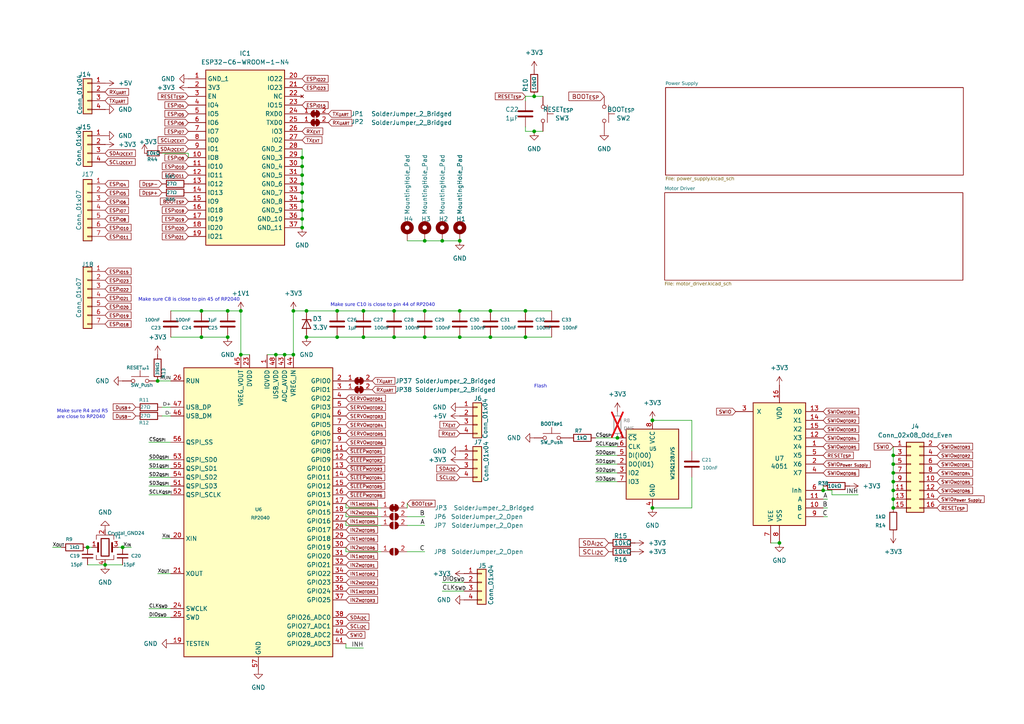
<source format=kicad_sch>
(kicad_sch
	(version 20231120)
	(generator "eeschema")
	(generator_version "8.0")
	(uuid "220120ed-d44a-4ac7-a64c-440534e9360b")
	(paper "A4")
	
	(junction
		(at 69.85 102.87)
		(diameter 0)
		(color 0 0 0 0)
		(uuid "003f66a8-eae7-4db3-afe5-e69c1cab0c73")
	)
	(junction
		(at 238.76 142.24)
		(diameter 0)
		(color 0 0 0 0)
		(uuid "017ec3ac-0739-4647-8f5d-ce3d0002b849")
	)
	(junction
		(at 87.63 48.26)
		(diameter 0)
		(color 0 0 0 0)
		(uuid "04a89eeb-198c-42ef-8b24-e13eedd7d81a")
	)
	(junction
		(at 87.63 63.5)
		(diameter 0)
		(color 0 0 0 0)
		(uuid "058c2a20-fe14-45b0-9da8-48a4adb71fce")
	)
	(junction
		(at 87.63 53.34)
		(diameter 0)
		(color 0 0 0 0)
		(uuid "10ec2086-1e0a-4265-816d-f0c62fbb05bb")
	)
	(junction
		(at 259.08 132.08)
		(diameter 0)
		(color 0 0 0 0)
		(uuid "16f7f5b8-799b-4ac8-85d6-064f820b7b5b")
	)
	(junction
		(at 97.79 97.79)
		(diameter 0)
		(color 0 0 0 0)
		(uuid "1adad598-974f-4d08-9ac5-e7a4c0ae3747")
	)
	(junction
		(at 69.85 90.17)
		(diameter 0)
		(color 0 0 0 0)
		(uuid "2e2aaef0-992d-4fde-8ed3-c9b42acc268c")
	)
	(junction
		(at 35.56 158.75)
		(diameter 0)
		(color 0 0 0 0)
		(uuid "2fb0f79d-e023-49a7-89d9-a3d9111a7106")
	)
	(junction
		(at 154.94 38.1)
		(diameter 0)
		(color 0 0 0 0)
		(uuid "33ecb33a-2017-40a5-91ec-e37866df2b61")
	)
	(junction
		(at 259.08 137.16)
		(diameter 0)
		(color 0 0 0 0)
		(uuid "3b8af2c2-e7a6-4d4f-a8bb-834b5f42114d")
	)
	(junction
		(at 259.08 142.24)
		(diameter 0)
		(color 0 0 0 0)
		(uuid "4db7ee42-4bf2-4d26-bc57-351b7a6941f7")
	)
	(junction
		(at 45.72 110.49)
		(diameter 0)
		(color 0 0 0 0)
		(uuid "4dc64eac-ecf8-4431-ab06-69163a9e84af")
	)
	(junction
		(at 259.08 134.62)
		(diameter 0)
		(color 0 0 0 0)
		(uuid "4f812d22-2524-4c9e-a5c0-526141f51af6")
	)
	(junction
		(at 133.35 69.85)
		(diameter 0)
		(color 0 0 0 0)
		(uuid "513bb2f7-ca58-4d08-980b-a8b1da181991")
	)
	(junction
		(at 87.63 45.72)
		(diameter 0)
		(color 0 0 0 0)
		(uuid "51ba5bb0-9fa5-486f-87c4-7fa8bc5ab2a1")
	)
	(junction
		(at 133.35 90.17)
		(diameter 0)
		(color 0 0 0 0)
		(uuid "578122f7-b127-40dc-9895-39bb1623d1d7")
	)
	(junction
		(at 123.19 90.17)
		(diameter 0)
		(color 0 0 0 0)
		(uuid "58851d00-bcbd-4bd9-b3fa-ccb4e0b2fb19")
	)
	(junction
		(at 123.19 69.85)
		(diameter 0)
		(color 0 0 0 0)
		(uuid "5b6df43f-b670-4c2d-8bc0-aeb1d34b4efa")
	)
	(junction
		(at 87.63 50.8)
		(diameter 0)
		(color 0 0 0 0)
		(uuid "5e38a6c4-bb3b-4ddb-b37d-b568750dcc53")
	)
	(junction
		(at 189.23 121.92)
		(diameter 0)
		(color 0 0 0 0)
		(uuid "676856d9-25b1-4e70-a1d7-42968b0f99dc")
	)
	(junction
		(at 85.09 102.87)
		(diameter 0)
		(color 0 0 0 0)
		(uuid "6dd8d164-dbcd-48b6-a990-fa205bee252f")
	)
	(junction
		(at 142.24 90.17)
		(diameter 0)
		(color 0 0 0 0)
		(uuid "76c4a1b7-25ce-4927-a2c8-9e6eedcf3915")
	)
	(junction
		(at 87.63 55.88)
		(diameter 0)
		(color 0 0 0 0)
		(uuid "78142456-f6a3-486a-b434-a7ca9bc64147")
	)
	(junction
		(at 80.01 102.87)
		(diameter 0)
		(color 0 0 0 0)
		(uuid "79fc7191-8f87-4cc3-85c9-f5b02f4023e3")
	)
	(junction
		(at 58.42 90.17)
		(diameter 0)
		(color 0 0 0 0)
		(uuid "806bdf08-0a0f-4e03-aeaa-0074eac394fd")
	)
	(junction
		(at 25.4 158.75)
		(diameter 0)
		(color 0 0 0 0)
		(uuid "81c9856b-401a-4d9c-83d6-b00fd7ed253e")
	)
	(junction
		(at 105.41 97.79)
		(diameter 0)
		(color 0 0 0 0)
		(uuid "87bcb4c1-f15d-4591-b20c-3e6ed7b9b0e8")
	)
	(junction
		(at 259.08 144.78)
		(diameter 0)
		(color 0 0 0 0)
		(uuid "8d4d0730-c34b-4021-b3c8-414aa929a49f")
	)
	(junction
		(at 87.63 66.04)
		(diameter 0)
		(color 0 0 0 0)
		(uuid "a703d382-becc-4410-8e48-c1e6f101b299")
	)
	(junction
		(at 226.06 157.48)
		(diameter 0)
		(color 0 0 0 0)
		(uuid "a8a4edb7-7482-459f-8b14-8a7e43dc27fe")
	)
	(junction
		(at 152.4 97.79)
		(diameter 0)
		(color 0 0 0 0)
		(uuid "aca9eaed-0c1f-4645-8a1a-5a773138aad1")
	)
	(junction
		(at 123.19 97.79)
		(diameter 0)
		(color 0 0 0 0)
		(uuid "ad83e5ca-f4d4-4c94-a2d8-8d789edbeecb")
	)
	(junction
		(at 128.27 69.85)
		(diameter 0)
		(color 0 0 0 0)
		(uuid "ae14c22a-d11f-4e50-9f8c-129e392343f0")
	)
	(junction
		(at 105.41 90.17)
		(diameter 0)
		(color 0 0 0 0)
		(uuid "b032d493-aaf5-40d0-9629-67bdd8e63862")
	)
	(junction
		(at 30.48 163.83)
		(diameter 0)
		(color 0 0 0 0)
		(uuid "b2640a55-b67d-4f94-b019-4bcc43cc60d8")
	)
	(junction
		(at 88.9 97.79)
		(diameter 0)
		(color 0 0 0 0)
		(uuid "b8c70675-9bdc-4dd1-b6bd-e8b1fba53319")
	)
	(junction
		(at 142.24 97.79)
		(diameter 0)
		(color 0 0 0 0)
		(uuid "c5ca1739-206b-4346-ac54-3d11a3fe2c89")
	)
	(junction
		(at 114.3 90.17)
		(diameter 0)
		(color 0 0 0 0)
		(uuid "c8335f0f-5292-4d70-8189-d4cbf7c934f6")
	)
	(junction
		(at 58.42 97.79)
		(diameter 0)
		(color 0 0 0 0)
		(uuid "c88e4559-11f2-42a7-9d1d-16974536b90a")
	)
	(junction
		(at 179.07 127)
		(diameter 0)
		(color 0 0 0 0)
		(uuid "ca3b1f3e-6437-43ed-bb2f-e16bc1220400")
	)
	(junction
		(at 152.4 90.17)
		(diameter 0)
		(color 0 0 0 0)
		(uuid "cd7dba05-7e68-4a74-97e0-0ccfd8d63ce8")
	)
	(junction
		(at 97.79 90.17)
		(diameter 0)
		(color 0 0 0 0)
		(uuid "d0601b2c-bde4-45d1-8a03-f34c0a1842cb")
	)
	(junction
		(at 114.3 97.79)
		(diameter 0)
		(color 0 0 0 0)
		(uuid "d13caa0e-b68d-4b2c-a7a4-64494581f0fc")
	)
	(junction
		(at 66.04 97.79)
		(diameter 0)
		(color 0 0 0 0)
		(uuid "d7323ba3-f6c7-403f-aac9-a6cdedef2539")
	)
	(junction
		(at 154.94 27.94)
		(diameter 0)
		(color 0 0 0 0)
		(uuid "d78d0c4a-b12c-45ad-b1d3-f558574229d7")
	)
	(junction
		(at 259.08 147.32)
		(diameter 0)
		(color 0 0 0 0)
		(uuid "e09dbf41-da77-48c7-8649-7e9bd153b345")
	)
	(junction
		(at 87.63 58.42)
		(diameter 0)
		(color 0 0 0 0)
		(uuid "e4cb2843-58a2-4a66-90bc-e3f60e160636")
	)
	(junction
		(at 85.09 90.17)
		(diameter 0)
		(color 0 0 0 0)
		(uuid "e6981971-3939-4569-bcd4-3f317e70953b")
	)
	(junction
		(at 259.08 139.7)
		(diameter 0)
		(color 0 0 0 0)
		(uuid "e827e421-b16f-453a-819b-4d5cc4510ef9")
	)
	(junction
		(at 189.23 147.32)
		(diameter 0)
		(color 0 0 0 0)
		(uuid "e8bac725-068a-411a-9ef5-bd7bfe30a4bc")
	)
	(junction
		(at 66.04 90.17)
		(diameter 0)
		(color 0 0 0 0)
		(uuid "ed02f95c-d9ba-4805-a840-e5331f0b816e")
	)
	(junction
		(at 133.35 97.79)
		(diameter 0)
		(color 0 0 0 0)
		(uuid "f032371e-8c22-4c91-93b2-e2d539c956b1")
	)
	(junction
		(at 82.55 102.87)
		(diameter 0)
		(color 0 0 0 0)
		(uuid "f704233a-ec1d-4298-893a-a3b3c69b24a9")
	)
	(junction
		(at 87.63 60.96)
		(diameter 0)
		(color 0 0 0 0)
		(uuid "fa034436-3071-4d32-aa6a-aa21b3c8121c")
	)
	(junction
		(at 88.9 90.17)
		(diameter 0)
		(color 0 0 0 0)
		(uuid "fe6017c7-1e4e-4278-bb3c-9a73b24a539c")
	)
	(wire
		(pts
			(xy 142.24 97.79) (xy 152.4 97.79)
		)
		(stroke
			(width 0)
			(type default)
		)
		(uuid "01a3bfaa-0e14-4c46-8d85-d0c9a96aa935")
	)
	(wire
		(pts
			(xy 82.55 102.87) (xy 85.09 102.87)
		)
		(stroke
			(width 0)
			(type default)
		)
		(uuid "04a5000a-04c3-4f4b-ba49-e851b42bb65a")
	)
	(wire
		(pts
			(xy 259.08 142.24) (xy 259.08 144.78)
		)
		(stroke
			(width 0)
			(type default)
		)
		(uuid "05c9f852-a4b0-4a44-894d-e870a1422b13")
	)
	(wire
		(pts
			(xy 114.3 97.79) (xy 123.19 97.79)
		)
		(stroke
			(width 0)
			(type default)
		)
		(uuid "095cb54c-ae94-40e0-9c60-9cc0ff74f60a")
	)
	(wire
		(pts
			(xy 35.56 158.75) (xy 38.1 158.75)
		)
		(stroke
			(width 0)
			(type default)
		)
		(uuid "0a2ff1bc-9ae2-4e54-a093-962810b5d609")
	)
	(wire
		(pts
			(xy 100.33 147.32) (xy 110.49 147.32)
		)
		(stroke
			(width 0)
			(type default)
		)
		(uuid "0c63633d-aaa2-45c9-afaa-41790ed6bdbb")
	)
	(wire
		(pts
			(xy 152.4 38.1) (xy 152.4 36.83)
		)
		(stroke
			(width 0)
			(type default)
		)
		(uuid "0f4708d1-cce1-4af1-9ad4-2d388194a698")
	)
	(wire
		(pts
			(xy 172.72 127) (xy 179.07 127)
		)
		(stroke
			(width 0)
			(type default)
		)
		(uuid "0fe6643e-a27d-4fd5-a767-da2622181278")
	)
	(wire
		(pts
			(xy 128.27 171.45) (xy 134.62 171.45)
		)
		(stroke
			(width 0)
			(type default)
		)
		(uuid "126e59d5-d2df-4b81-9ae0-85798c972a82")
	)
	(wire
		(pts
			(xy 25.4 158.75) (xy 26.67 158.75)
		)
		(stroke
			(width 0)
			(type default)
		)
		(uuid "13de7f31-4739-476e-a4b0-d2492a73ad73")
	)
	(wire
		(pts
			(xy 157.48 38.1) (xy 154.94 38.1)
		)
		(stroke
			(width 0)
			(type default)
		)
		(uuid "146fbda4-9f35-4883-abb2-e91a7ae71b7a")
	)
	(wire
		(pts
			(xy 259.08 132.08) (xy 259.08 134.62)
		)
		(stroke
			(width 0)
			(type default)
		)
		(uuid "158e983e-25a5-4672-8462-4e9ec35842a7")
	)
	(wire
		(pts
			(xy 43.18 140.97) (xy 49.53 140.97)
		)
		(stroke
			(width 0)
			(type default)
		)
		(uuid "16fbb14f-0fbd-422c-86dd-c798d59e6312")
	)
	(wire
		(pts
			(xy 49.53 128.27) (xy 43.18 128.27)
		)
		(stroke
			(width 0)
			(type default)
		)
		(uuid "178a5e13-bfe6-4e85-974d-24234b9e1e53")
	)
	(wire
		(pts
			(xy 45.72 110.49) (xy 49.53 110.49)
		)
		(stroke
			(width 0)
			(type default)
		)
		(uuid "1df59cb3-4e55-4e04-b7c1-e82f853e27d7")
	)
	(wire
		(pts
			(xy 87.63 63.5) (xy 87.63 66.04)
		)
		(stroke
			(width 0)
			(type default)
		)
		(uuid "1efcabe0-41d7-4898-b705-3c228eb6b4b9")
	)
	(wire
		(pts
			(xy 172.72 129.54) (xy 179.07 129.54)
		)
		(stroke
			(width 0)
			(type default)
		)
		(uuid "1f8681c0-d89a-419e-8359-3b0a657a7252")
	)
	(wire
		(pts
			(xy 241.3 143.51) (xy 248.92 143.51)
		)
		(stroke
			(width 0)
			(type default)
		)
		(uuid "21aa7b99-af0a-4e3f-b88b-dfb53da24381")
	)
	(wire
		(pts
			(xy 97.79 90.17) (xy 105.41 90.17)
		)
		(stroke
			(width 0)
			(type default)
		)
		(uuid "256b33d6-d82e-4cbf-9f0f-597870a5cb7b")
	)
	(wire
		(pts
			(xy 43.18 133.35) (xy 49.53 133.35)
		)
		(stroke
			(width 0)
			(type default)
		)
		(uuid "2666c563-e193-46a4-aea7-54c82503c9cb")
	)
	(wire
		(pts
			(xy 200.66 138.43) (xy 200.66 147.32)
		)
		(stroke
			(width 0)
			(type default)
		)
		(uuid "277b0541-3978-4aee-bc09-66419806eaa4")
	)
	(wire
		(pts
			(xy 114.3 90.17) (xy 123.19 90.17)
		)
		(stroke
			(width 0)
			(type default)
		)
		(uuid "2b5b69b4-9606-40be-afcb-c68d164e260e")
	)
	(wire
		(pts
			(xy 133.35 97.79) (xy 142.24 97.79)
		)
		(stroke
			(width 0)
			(type default)
		)
		(uuid "2de0bfed-0123-40fa-8cfc-56c434456189")
	)
	(wire
		(pts
			(xy 123.19 97.79) (xy 133.35 97.79)
		)
		(stroke
			(width 0)
			(type default)
		)
		(uuid "2f8b65e3-28b4-469f-a917-78683c3e9ef5")
	)
	(wire
		(pts
			(xy 241.3 143.51) (xy 241.3 142.24)
		)
		(stroke
			(width 0)
			(type default)
		)
		(uuid "3373f563-ebf3-4e32-80cd-eecbf4d08ce4")
	)
	(wire
		(pts
			(xy 152.4 27.94) (xy 154.94 27.94)
		)
		(stroke
			(width 0)
			(type default)
		)
		(uuid "3422ce99-53f0-40ed-b67d-c5916a2b2e7b")
	)
	(wire
		(pts
			(xy 123.19 69.85) (xy 128.27 69.85)
		)
		(stroke
			(width 0)
			(type default)
		)
		(uuid "34f748a6-89ab-46f9-9923-be35259230f1")
	)
	(wire
		(pts
			(xy 77.47 102.87) (xy 80.01 102.87)
		)
		(stroke
			(width 0)
			(type default)
		)
		(uuid "3b82c5f1-8ed2-47f9-8599-5efd0871cbd1")
	)
	(wire
		(pts
			(xy 152.4 90.17) (xy 160.02 90.17)
		)
		(stroke
			(width 0)
			(type default)
		)
		(uuid "40d9ec54-4161-4b4d-9869-1671119c74c5")
	)
	(wire
		(pts
			(xy 200.66 121.92) (xy 200.66 130.81)
		)
		(stroke
			(width 0)
			(type default)
		)
		(uuid "42e87d03-2234-4b89-b074-1d2c8b5e9c5b")
	)
	(wire
		(pts
			(xy 118.11 160.02) (xy 123.19 160.02)
		)
		(stroke
			(width 0)
			(type default)
		)
		(uuid "49a3aedb-42b6-4136-b41f-f8b6dad3bd40")
	)
	(wire
		(pts
			(xy 100.33 160.02) (xy 110.49 160.02)
		)
		(stroke
			(width 0)
			(type default)
		)
		(uuid "4c2838f5-4058-424d-9762-5561a1706589")
	)
	(wire
		(pts
			(xy 259.08 144.78) (xy 259.08 147.32)
		)
		(stroke
			(width 0)
			(type default)
		)
		(uuid "4dd725ec-e1fe-45c5-92c6-44760a871b6d")
	)
	(wire
		(pts
			(xy 25.4 163.83) (xy 30.48 163.83)
		)
		(stroke
			(width 0)
			(type default)
		)
		(uuid "4f40d27b-e963-496c-901b-fd4ad63cb463")
	)
	(wire
		(pts
			(xy 118.11 146.05) (xy 118.11 147.32)
		)
		(stroke
			(width 0)
			(type default)
		)
		(uuid "5237b672-5be0-42f6-a011-39bcf2237e49")
	)
	(wire
		(pts
			(xy 30.48 163.83) (xy 35.56 163.83)
		)
		(stroke
			(width 0)
			(type default)
		)
		(uuid "534ea605-6844-452a-ad85-92d41264a5ec")
	)
	(wire
		(pts
			(xy 49.53 90.17) (xy 58.42 90.17)
		)
		(stroke
			(width 0)
			(type default)
		)
		(uuid "5367842d-0d00-4b15-a8da-308812ed6684")
	)
	(wire
		(pts
			(xy 259.08 129.54) (xy 259.08 132.08)
		)
		(stroke
			(width 0)
			(type default)
		)
		(uuid "54b27330-9a98-42eb-ae9f-20a42c5fd9fe")
	)
	(wire
		(pts
			(xy 97.79 97.79) (xy 105.41 97.79)
		)
		(stroke
			(width 0)
			(type default)
		)
		(uuid "57c80281-730c-4009-bac3-4cd34d7edc98")
	)
	(wire
		(pts
			(xy 66.04 90.17) (xy 69.85 90.17)
		)
		(stroke
			(width 0)
			(type default)
		)
		(uuid "5b415ddc-7098-4316-88ea-bd3dd18e8ea2")
	)
	(wire
		(pts
			(xy 49.53 143.51) (xy 43.18 143.51)
		)
		(stroke
			(width 0)
			(type default)
		)
		(uuid "5c49814d-d5fa-4ed6-95b3-e44e7c413258")
	)
	(wire
		(pts
			(xy 152.4 97.79) (xy 160.02 97.79)
		)
		(stroke
			(width 0)
			(type default)
		)
		(uuid "5e9f71ae-9592-4c6e-8828-9b509859c588")
	)
	(wire
		(pts
			(xy 100.33 149.86) (xy 110.49 149.86)
		)
		(stroke
			(width 0)
			(type default)
		)
		(uuid "615bed3c-ae0f-4250-b1aa-2f82de0b7a02")
	)
	(wire
		(pts
			(xy 200.66 121.92) (xy 189.23 121.92)
		)
		(stroke
			(width 0)
			(type default)
		)
		(uuid "6401f149-7356-4c04-b055-2a5a60669c11")
	)
	(wire
		(pts
			(xy 87.63 55.88) (xy 87.63 58.42)
		)
		(stroke
			(width 0)
			(type default)
		)
		(uuid "670a1028-b6dd-42fa-be28-9b22661d207d")
	)
	(wire
		(pts
			(xy 49.53 176.53) (xy 43.18 176.53)
		)
		(stroke
			(width 0)
			(type default)
		)
		(uuid "6a5ab6b7-38e2-490a-8ff5-db61cbe6698c")
	)
	(wire
		(pts
			(xy 179.07 139.7) (xy 172.72 139.7)
		)
		(stroke
			(width 0)
			(type default)
		)
		(uuid "6a6a74c3-107c-4f88-984f-7fd9987e7120")
	)
	(wire
		(pts
			(xy 157.48 27.94) (xy 154.94 27.94)
		)
		(stroke
			(width 0)
			(type default)
		)
		(uuid "6ad1922a-55d6-4ca0-a4e9-0a77f2409014")
	)
	(wire
		(pts
			(xy 49.53 179.07) (xy 43.18 179.07)
		)
		(stroke
			(width 0)
			(type default)
		)
		(uuid "6b0e748f-cb73-4dfd-b5cc-fb7f2b1b67bd")
	)
	(wire
		(pts
			(xy 97.79 97.79) (xy 88.9 97.79)
		)
		(stroke
			(width 0)
			(type default)
		)
		(uuid "6b6e411b-2266-4b63-a08e-a269f30914fa")
	)
	(wire
		(pts
			(xy 110.49 152.4) (xy 100.33 152.4)
		)
		(stroke
			(width 0)
			(type default)
		)
		(uuid "6c164dbb-f1b3-499a-9ef5-4e5428eaaa18")
	)
	(wire
		(pts
			(xy 179.07 132.08) (xy 172.72 132.08)
		)
		(stroke
			(width 0)
			(type default)
		)
		(uuid "6d63148b-809f-414e-86bf-b8af880eeb98")
	)
	(wire
		(pts
			(xy 123.19 90.17) (xy 133.35 90.17)
		)
		(stroke
			(width 0)
			(type default)
		)
		(uuid "6e9605f6-d6c1-49d3-a131-ad04314c6ee2")
	)
	(wire
		(pts
			(xy 105.41 97.79) (xy 114.3 97.79)
		)
		(stroke
			(width 0)
			(type default)
		)
		(uuid "6f205c35-cc21-46d3-aef6-c797573fe433")
	)
	(wire
		(pts
			(xy 87.63 60.96) (xy 87.63 63.5)
		)
		(stroke
			(width 0)
			(type default)
		)
		(uuid "70832be6-8971-473f-94d2-780d861aedea")
	)
	(wire
		(pts
			(xy 238.76 140.97) (xy 238.76 142.24)
		)
		(stroke
			(width 0)
			(type default)
		)
		(uuid "7563415a-1b4d-49a3-a547-e9ad34efcffc")
	)
	(wire
		(pts
			(xy 179.07 134.62) (xy 172.72 134.62)
		)
		(stroke
			(width 0)
			(type default)
		)
		(uuid "823bf568-a3e2-4739-9032-67fb9d067220")
	)
	(wire
		(pts
			(xy 154.94 38.1) (xy 152.4 38.1)
		)
		(stroke
			(width 0)
			(type default)
		)
		(uuid "82e04078-6cc7-48c5-9ec3-7b08c13365d2")
	)
	(wire
		(pts
			(xy 85.09 90.17) (xy 88.9 90.17)
		)
		(stroke
			(width 0)
			(type default)
		)
		(uuid "86d0f320-2c2b-40e9-b2ff-9d56b2246853")
	)
	(wire
		(pts
			(xy 128.27 69.85) (xy 133.35 69.85)
		)
		(stroke
			(width 0)
			(type default)
		)
		(uuid "878561c5-24d1-477e-ae66-77a201a1e48b")
	)
	(wire
		(pts
			(xy 46.99 156.21) (xy 49.53 156.21)
		)
		(stroke
			(width 0)
			(type default)
		)
		(uuid "88b70b42-31db-425b-9be3-d866ec4e8cef")
	)
	(wire
		(pts
			(xy 240.03 147.32) (xy 238.76 147.32)
		)
		(stroke
			(width 0)
			(type default)
		)
		(uuid "892f9a9b-6d31-46bc-aa8f-20acbbc72336")
	)
	(wire
		(pts
			(xy 46.99 120.65) (xy 49.53 120.65)
		)
		(stroke
			(width 0)
			(type default)
		)
		(uuid "89bc1860-cc2f-49ed-adc3-2ae7354b9518")
	)
	(wire
		(pts
			(xy 34.29 158.75) (xy 35.56 158.75)
		)
		(stroke
			(width 0)
			(type default)
		)
		(uuid "8a43ae60-4bdb-41a3-b284-98731452e9e9")
	)
	(wire
		(pts
			(xy 87.63 50.8) (xy 87.63 53.34)
		)
		(stroke
			(width 0)
			(type default)
		)
		(uuid "8bf98e95-4dfa-4227-aac0-c1e6b016df17")
	)
	(wire
		(pts
			(xy 259.08 134.62) (xy 259.08 137.16)
		)
		(stroke
			(width 0)
			(type default)
		)
		(uuid "8d4390ec-1507-4f5e-a731-6e29ba20b7bc")
	)
	(wire
		(pts
			(xy 43.18 135.89) (xy 49.53 135.89)
		)
		(stroke
			(width 0)
			(type default)
		)
		(uuid "91470d0f-31af-4cd6-8d7a-ceaf87e876c1")
	)
	(wire
		(pts
			(xy 259.08 137.16) (xy 259.08 139.7)
		)
		(stroke
			(width 0)
			(type default)
		)
		(uuid "91e36cc0-d463-478b-83a3-76afc59b3d4b")
	)
	(wire
		(pts
			(xy 118.11 69.85) (xy 123.19 69.85)
		)
		(stroke
			(width 0)
			(type default)
		)
		(uuid "926e1dfa-9a77-43d6-ace0-c610d7f31948")
	)
	(wire
		(pts
			(xy 240.03 144.78) (xy 238.76 144.78)
		)
		(stroke
			(width 0)
			(type default)
		)
		(uuid "92fc1fd2-aac8-4ea7-a470-be3813a6ba90")
	)
	(wire
		(pts
			(xy 88.9 90.17) (xy 97.79 90.17)
		)
		(stroke
			(width 0)
			(type default)
		)
		(uuid "9385f93f-626b-49bd-83b4-1661d6d2bdd1")
	)
	(wire
		(pts
			(xy 87.63 48.26) (xy 87.63 50.8)
		)
		(stroke
			(width 0)
			(type default)
		)
		(uuid "944e5f84-e844-48a2-ac9f-6331fd9c1a77")
	)
	(wire
		(pts
			(xy 133.35 90.17) (xy 142.24 90.17)
		)
		(stroke
			(width 0)
			(type default)
		)
		(uuid "94b41df1-5cce-4f1f-ba60-3d42c9b136c8")
	)
	(wire
		(pts
			(xy 128.27 168.91) (xy 134.62 168.91)
		)
		(stroke
			(width 0)
			(type default)
		)
		(uuid "9aa7b52a-0546-4808-b498-00d39a430162")
	)
	(wire
		(pts
			(xy 226.06 157.48) (xy 223.52 157.48)
		)
		(stroke
			(width 0)
			(type default)
		)
		(uuid "9d333333-68d3-48f3-8f2b-a6d4640cac08")
	)
	(wire
		(pts
			(xy 241.3 142.24) (xy 238.76 142.24)
		)
		(stroke
			(width 0)
			(type default)
		)
		(uuid "9fe0d879-3456-45b3-946a-3c9941896d78")
	)
	(wire
		(pts
			(xy 15.24 158.75) (xy 17.78 158.75)
		)
		(stroke
			(width 0)
			(type default)
		)
		(uuid "a1072d80-d40b-4a49-b897-bf4d8a62ba34")
	)
	(wire
		(pts
			(xy 43.18 138.43) (xy 49.53 138.43)
		)
		(stroke
			(width 0)
			(type default)
		)
		(uuid "a4859369-a7f8-4892-8898-cc33c4bd485d")
	)
	(wire
		(pts
			(xy 200.66 147.32) (xy 189.23 147.32)
		)
		(stroke
			(width 0)
			(type default)
		)
		(uuid "a7b815b2-b838-4db2-9296-30119cd2ad1e")
	)
	(wire
		(pts
			(xy 54.61 44.45) (xy 46.99 44.45)
		)
		(stroke
			(width 0)
			(type default)
		)
		(uuid "a7f29379-201e-4117-9eb4-708409fbb8bd")
	)
	(wire
		(pts
			(xy 69.85 90.17) (xy 69.85 102.87)
		)
		(stroke
			(width 0)
			(type default)
		)
		(uuid "ab3dc532-6e7d-4ff7-9718-2ee0df45536a")
	)
	(wire
		(pts
			(xy 100.33 152.4) (xy 100.33 151.13)
		)
		(stroke
			(width 0)
			(type default)
		)
		(uuid "b2aac91f-212e-4543-8f75-488a43adc069")
	)
	(wire
		(pts
			(xy 240.03 149.86) (xy 238.76 149.86)
		)
		(stroke
			(width 0)
			(type default)
		)
		(uuid "b393ab8e-c194-4142-a828-2afacfc4fa69")
	)
	(wire
		(pts
			(xy 100.33 148.59) (xy 100.33 149.86)
		)
		(stroke
			(width 0)
			(type default)
		)
		(uuid "b8d28520-7cab-4354-93c4-52aa739b2bfd")
	)
	(wire
		(pts
			(xy 87.63 45.72) (xy 87.63 48.26)
		)
		(stroke
			(width 0)
			(type default)
		)
		(uuid "b947a9d8-8e3e-4f1e-8fe8-72837a82ddda")
	)
	(wire
		(pts
			(xy 142.24 90.17) (xy 152.4 90.17)
		)
		(stroke
			(width 0)
			(type default)
		)
		(uuid "be0fabf8-d96f-4fa7-8696-1dc16eecfd45")
	)
	(wire
		(pts
			(xy 87.63 58.42) (xy 87.63 60.96)
		)
		(stroke
			(width 0)
			(type default)
		)
		(uuid "c88fea79-44db-4669-b5db-761de8d074d0")
	)
	(wire
		(pts
			(xy 58.42 97.79) (xy 66.04 97.79)
		)
		(stroke
			(width 0)
			(type default)
		)
		(uuid "c94c6165-bd72-4ccc-9e99-a474e86e87c2")
	)
	(wire
		(pts
			(xy 152.4 29.21) (xy 152.4 27.94)
		)
		(stroke
			(width 0)
			(type default)
		)
		(uuid "cecbf096-ab0f-41c0-8220-602aabbd15bb")
	)
	(wire
		(pts
			(xy 118.11 149.86) (xy 123.19 149.86)
		)
		(stroke
			(width 0)
			(type default)
		)
		(uuid "cfbc8965-26f2-4361-b7e8-db2d1280d2a8")
	)
	(wire
		(pts
			(xy 80.01 102.87) (xy 82.55 102.87)
		)
		(stroke
			(width 0)
			(type default)
		)
		(uuid "d327c4ca-de13-4bf0-b28f-61a62d92b050")
	)
	(wire
		(pts
			(xy 49.53 97.79) (xy 58.42 97.79)
		)
		(stroke
			(width 0)
			(type default)
		)
		(uuid "d4082973-969d-4632-8448-882d82dbf756")
	)
	(wire
		(pts
			(xy 259.08 139.7) (xy 259.08 142.24)
		)
		(stroke
			(width 0)
			(type default)
		)
		(uuid "d5a7c0f6-8b32-4ced-8a16-e6ee798767d5")
	)
	(wire
		(pts
			(xy 49.53 166.37) (xy 45.72 166.37)
		)
		(stroke
			(width 0)
			(type default)
		)
		(uuid "d607a68c-fa80-4911-8d57-dd7950f81229")
	)
	(wire
		(pts
			(xy 100.33 187.96) (xy 105.41 187.96)
		)
		(stroke
			(width 0)
			(type default)
		)
		(uuid "e0b0dc81-f4de-4d2d-94c4-1f08b1297b15")
	)
	(wire
		(pts
			(xy 85.09 90.17) (xy 85.09 102.87)
		)
		(stroke
			(width 0)
			(type default)
		)
		(uuid "e1099232-2b69-450e-baa9-9759b6837e09")
	)
	(wire
		(pts
			(xy 54.61 45.72) (xy 54.61 44.45)
		)
		(stroke
			(width 0)
			(type default)
		)
		(uuid "e15457fb-6232-4c04-bbe1-2ddf681dbaaf")
	)
	(wire
		(pts
			(xy 87.63 53.34) (xy 87.63 55.88)
		)
		(stroke
			(width 0)
			(type default)
		)
		(uuid "e382353c-7e78-4497-ab3e-e46c0f6330bf")
	)
	(wire
		(pts
			(xy 100.33 158.75) (xy 100.33 160.02)
		)
		(stroke
			(width 0)
			(type default)
		)
		(uuid "e73555cd-9d79-429e-b92e-6bad17ccb5fe")
	)
	(wire
		(pts
			(xy 100.33 146.05) (xy 100.33 147.32)
		)
		(stroke
			(width 0)
			(type default)
		)
		(uuid "e9fcfa0e-e2ae-4ab3-8f8f-21b6becf2a2f")
	)
	(wire
		(pts
			(xy 100.33 187.96) (xy 100.33 186.69)
		)
		(stroke
			(width 0)
			(type default)
		)
		(uuid "ec0f0977-9b44-40a1-9d5d-391bc79668a5")
	)
	(wire
		(pts
			(xy 58.42 90.17) (xy 66.04 90.17)
		)
		(stroke
			(width 0)
			(type default)
		)
		(uuid "ec563e59-41e9-4ba8-9b42-0b1290258654")
	)
	(wire
		(pts
			(xy 87.63 43.18) (xy 87.63 45.72)
		)
		(stroke
			(width 0)
			(type default)
		)
		(uuid "ef1962f8-093a-4ab5-91db-5a77d0144a84")
	)
	(wire
		(pts
			(xy 123.19 152.4) (xy 118.11 152.4)
		)
		(stroke
			(width 0)
			(type default)
		)
		(uuid "f036fd5d-37c9-48f9-9407-dbd901b5352f")
	)
	(wire
		(pts
			(xy 46.99 118.11) (xy 49.53 118.11)
		)
		(stroke
			(width 0)
			(type default)
		)
		(uuid "f2f19d35-2a84-4993-869c-ecfb0a0207ae")
	)
	(wire
		(pts
			(xy 72.39 102.87) (xy 69.85 102.87)
		)
		(stroke
			(width 0)
			(type default)
		)
		(uuid "f8b24106-1de7-4c7a-9931-7eb0c2963732")
	)
	(wire
		(pts
			(xy 179.07 137.16) (xy 172.72 137.16)
		)
		(stroke
			(width 0)
			(type default)
		)
		(uuid "f8bc4cd1-4d01-4faa-afc3-a1efa7e3c04b")
	)
	(wire
		(pts
			(xy 105.41 90.17) (xy 114.3 90.17)
		)
		(stroke
			(width 0)
			(type default)
		)
		(uuid "fd71c768-5977-4362-a4e6-4784a712ef0e")
	)
	(text "Make sure C10 is close to pin 44 of RP2040"
		(exclude_from_sim no)
		(at 95.885 89.408 0)
		(effects
			(font
				(face "Source Code Pro")
				(size 1 1)
			)
			(justify left bottom)
		)
		(uuid "04490dc3-70b4-4962-89b4-8e0ab88fbdf8")
	)
	(text "Make sure R4 and R5\nare close to RP2040"
		(exclude_from_sim no)
		(at 16.51 121.92 0)
		(effects
			(font
				(face "Source Code Pro")
				(size 1 1)
			)
			(justify left bottom)
		)
		(uuid "42f9bc12-c7b3-4e8a-b1b0-99e3bbae254c")
	)
	(text "Flash"
		(exclude_from_sim no)
		(at 154.94 113.03 0)
		(effects
			(font
				(face "Source Code Pro")
				(size 1 1)
			)
			(justify left bottom)
		)
		(uuid "64a85e37-cd3e-4964-bdd1-56cd5e41c288")
	)
	(text "Make sure C8 is close to pin 45 of RP2040"
		(exclude_from_sim no)
		(at 40.132 87.884 0)
		(effects
			(font
				(face "Source Code Pro")
				(size 1 1)
			)
			(justify left bottom)
		)
		(uuid "fd3b0391-940a-4fc4-a988-f6bd30e0dd83")
	)
	(label "A"
		(at 123.19 152.4 180)
		(fields_autoplaced yes)
		(effects
			(font
				(size 1.27 1.27)
			)
			(justify right bottom)
		)
		(uuid "00e1fa40-6708-4727-b054-4fa7fae895e1")
	)
	(label "CLK_{SWD}"
		(at 43.18 176.53 0)
		(fields_autoplaced yes)
		(effects
			(font
				(size 1 1)
			)
			(justify left bottom)
		)
		(uuid "13bde812-566d-4225-bc0c-01cbf299ba8e")
	)
	(label "INH"
		(at 248.92 143.51 180)
		(fields_autoplaced yes)
		(effects
			(font
				(size 1.27 1.27)
			)
			(justify right bottom)
		)
		(uuid "19160ed7-163c-45b8-90ab-53d77ae8b1b3")
	)
	(label "DIO_{SWD}"
		(at 43.18 179.07 0)
		(fields_autoplaced yes)
		(effects
			(font
				(size 1 1)
			)
			(justify left bottom)
		)
		(uuid "19f7ced7-a025-4c41-82e5-f0efb731a81e")
	)
	(label "SD1_{QSPI}"
		(at 172.72 134.62 0)
		(fields_autoplaced yes)
		(effects
			(font
				(size 1 1)
			)
			(justify left bottom)
		)
		(uuid "1a56e980-74c3-4aff-a2a7-4b31a7cd2645")
	)
	(label "X_{IN}"
		(at 46.99 156.21 0)
		(fields_autoplaced yes)
		(effects
			(font
				(size 1 1)
			)
			(justify left bottom)
		)
		(uuid "238c0f59-012b-4b4c-8d5c-3e2580e4f2aa")
	)
	(label "SCLK_{QSPI}"
		(at 43.18 143.51 0)
		(fields_autoplaced yes)
		(effects
			(font
				(size 1 1)
			)
			(justify left bottom)
		)
		(uuid "277892b2-eaf6-4765-8be6-cd92339f4273")
	)
	(label "C"
		(at 240.03 149.86 180)
		(fields_autoplaced yes)
		(effects
			(font
				(size 1.27 1.27)
			)
			(justify right bottom)
		)
		(uuid "4137ba2f-5554-4ae0-8998-b4020116667e")
	)
	(label "D-"
		(at 49.53 120.65 180)
		(fields_autoplaced yes)
		(effects
			(font
				(face "Source Code Pro")
				(size 1 1)
			)
			(justify right bottom)
		)
		(uuid "46f8821b-1f60-4d08-bd1e-46060e65d22e")
	)
	(label "X_{OUT}"
		(at 45.72 166.37 0)
		(fields_autoplaced yes)
		(effects
			(font
				(size 1 1)
			)
			(justify left bottom)
		)
		(uuid "4a6ebb17-e877-47e6-8040-30a8e4aee002")
	)
	(label "INH"
		(at 105.41 187.96 180)
		(fields_autoplaced yes)
		(effects
			(font
				(size 1.27 1.27)
			)
			(justify right bottom)
		)
		(uuid "4dd5d809-4ce0-47eb-9a4d-ecebe718f75f")
	)
	(label "B"
		(at 240.03 147.32 180)
		(fields_autoplaced yes)
		(effects
			(font
				(size 1.27 1.27)
			)
			(justify right bottom)
		)
		(uuid "59252e4f-1f78-453c-b4af-9526f7d69fc7")
	)
	(label "SD2_{QSPI}"
		(at 43.18 138.43 0)
		(fields_autoplaced yes)
		(effects
			(font
				(size 1 1)
			)
			(justify left bottom)
		)
		(uuid "613e0d18-c3d2-4266-b335-29a84d58323f")
	)
	(label "CS_{QSPI}"
		(at 172.72 127 0)
		(fields_autoplaced yes)
		(effects
			(font
				(size 1 1)
			)
			(justify left bottom)
		)
		(uuid "66a29ed5-bccc-42ef-bf54-babdf19e5e11")
	)
	(label "SD2_{QSPI}"
		(at 172.72 137.16 0)
		(fields_autoplaced yes)
		(effects
			(font
				(size 1 1)
			)
			(justify left bottom)
		)
		(uuid "6f2b3e74-1b3e-487c-b24e-4ac81160951f")
	)
	(label "SD3_{QSPI}"
		(at 172.72 139.7 0)
		(fields_autoplaced yes)
		(effects
			(font
				(size 1 1)
			)
			(justify left bottom)
		)
		(uuid "72e52234-be78-48b6-898d-9f36143e6280")
	)
	(label "SCLK_{QSPI}"
		(at 172.72 129.54 0)
		(fields_autoplaced yes)
		(effects
			(font
				(size 1 1)
			)
			(justify left bottom)
		)
		(uuid "89d92166-2169-401c-bb68-3c996d32f86a")
	)
	(label "RUN"
		(at 49.53 110.49 180)
		(fields_autoplaced yes)
		(effects
			(font
				(face "Source Code Pro")
				(size 1 1)
			)
			(justify right bottom)
		)
		(uuid "9adff0d6-3e10-4a42-89c6-426dbeda105b")
	)
	(label "SD3_{QSPI}"
		(at 43.18 140.97 0)
		(fields_autoplaced yes)
		(effects
			(font
				(size 1 1)
			)
			(justify left bottom)
		)
		(uuid "b5510ac5-be5d-4c85-b049-f4493df4c7f2")
	)
	(label "CLK_{SWD}"
		(at 128.27 171.45 0)
		(fields_autoplaced yes)
		(effects
			(font
				(size 1.27 1.27)
			)
			(justify left bottom)
		)
		(uuid "bc531ddb-6bc1-48d5-b131-b4a424e06002")
	)
	(label "DIO_{SWD}"
		(at 128.27 168.91 0)
		(fields_autoplaced yes)
		(effects
			(font
				(size 1.27 1.27)
			)
			(justify left bottom)
		)
		(uuid "be5baa5d-2933-40f7-b970-1af7ec3b8429")
	)
	(label "SD1_{QSPI}"
		(at 43.18 135.89 0)
		(fields_autoplaced yes)
		(effects
			(font
				(size 1 1)
			)
			(justify left bottom)
		)
		(uuid "c413d943-e7ec-468a-b31e-8b8d0449d76c")
	)
	(label "D+"
		(at 49.53 118.11 180)
		(fields_autoplaced yes)
		(effects
			(font
				(face "Source Code Pro")
				(size 1 1)
			)
			(justify right bottom)
		)
		(uuid "c8dc00bb-663d-4e72-9e6a-1ded254dbacb")
	)
	(label "X_{OUT}"
		(at 15.24 158.75 0)
		(fields_autoplaced yes)
		(effects
			(font
				(size 1 1)
			)
			(justify left bottom)
		)
		(uuid "cbbc9819-b896-4708-9e0b-7890520a2bea")
	)
	(label "B"
		(at 123.19 149.86 180)
		(fields_autoplaced yes)
		(effects
			(font
				(size 1.27 1.27)
			)
			(justify right bottom)
		)
		(uuid "cc83b5a1-2d1c-4450-886b-64c1c5833404")
	)
	(label "A"
		(at 240.03 144.78 180)
		(fields_autoplaced yes)
		(effects
			(font
				(size 1.27 1.27)
			)
			(justify right bottom)
		)
		(uuid "d641c769-7695-45bd-8615-6318ea6c288e")
	)
	(label "C"
		(at 123.19 160.02 180)
		(fields_autoplaced yes)
		(effects
			(font
				(size 1.27 1.27)
			)
			(justify right bottom)
		)
		(uuid "d8093282-321f-4b8c-a912-30c6f68a0b98")
	)
	(label "SD0_{QSPI}"
		(at 43.18 133.35 0)
		(fields_autoplaced yes)
		(effects
			(font
				(size 1 1)
			)
			(justify left bottom)
		)
		(uuid "d9e98ca9-1c63-4c9d-a8f7-d56bd2fcbf7f")
	)
	(label "CS_{QSPI}"
		(at 43.18 128.27 0)
		(fields_autoplaced yes)
		(effects
			(font
				(size 1 1)
			)
			(justify left bottom)
		)
		(uuid "da17a679-6d6a-4ab6-a374-f39d2851e3ab")
	)
	(label "SD0_{QSPI}"
		(at 172.72 132.08 0)
		(fields_autoplaced yes)
		(effects
			(font
				(size 1 1)
			)
			(justify left bottom)
		)
		(uuid "ebf1a8bd-f1b9-42f3-8682-5da1df903795")
	)
	(label "X_{IN}"
		(at 38.1 158.75 180)
		(fields_autoplaced yes)
		(effects
			(font
				(size 1 1)
			)
			(justify right bottom)
		)
		(uuid "fe4cbd06-e0c8-4dd2-b27f-615e9de88955")
	)
	(global_label "ESP_{IO19}"
		(shape input)
		(at 30.48 91.44 0)
		(fields_autoplaced yes)
		(effects
			(font
				(size 1 1)
			)
			(justify left)
		)
		(uuid "00a6d03a-f6ba-4b3b-9eaa-03c49e9d8f82")
		(property "Intersheetrefs" "${INTERSHEET_REFS}"
			(at 37.3222 91.44 0)
			(effects
				(font
					(size 1.27 1.27)
				)
				(justify left)
				(hide yes)
			)
		)
	)
	(global_label "BOOT_{ESP}"
		(shape input)
		(at 175.26 27.94 180)
		(fields_autoplaced yes)
		(effects
			(font
				(size 1.27 1.27)
			)
			(justify right)
		)
		(uuid "02887ab1-e7e5-4e52-a82d-dfc5da94e2a0")
		(property "Intersheetrefs" "${INTERSHEET_REFS}"
			(at 166.1868 27.94 0)
			(effects
				(font
					(size 1.27 1.27)
				)
				(justify right)
				(hide yes)
			)
		)
	)
	(global_label "SDA_{I2C}"
		(shape input)
		(at 100.33 179.07 0)
		(fields_autoplaced yes)
		(effects
			(font
				(size 1 1)
			)
			(justify left)
		)
		(uuid "03ed1341-7d99-41ea-aae5-26e8904ac74b")
		(property "Intersheetrefs" "${INTERSHEET_REFS}"
			(at 106.6349 179.07 0)
			(effects
				(font
					(size 1.27 1.27)
				)
				(justify left)
				(hide yes)
			)
		)
	)
	(global_label "SCL_{I2C}"
		(shape input)
		(at 176.53 160.02 180)
		(fields_autoplaced yes)
		(effects
			(font
				(size 1.27 1.27)
			)
			(justify right)
		)
		(uuid "06b62f08-8b80-46fb-bfa8-17b68fe2b9f1")
		(property "Intersheetrefs" "${INTERSHEET_REFS}"
			(at 168.5226 160.02 0)
			(effects
				(font
					(size 1.27 1.27)
				)
				(justify right)
				(hide yes)
			)
		)
	)
	(global_label "ESP_{IO20}"
		(shape input)
		(at 54.61 66.04 180)
		(fields_autoplaced yes)
		(effects
			(font
				(size 1 1)
			)
			(justify right)
		)
		(uuid "0cc8cc7e-ca0e-44e1-a9b2-5e4135d073df")
		(property "Intersheetrefs" "${INTERSHEET_REFS}"
			(at 47.7678 66.04 0)
			(effects
				(font
					(size 1.27 1.27)
				)
				(justify right)
				(hide yes)
			)
		)
	)
	(global_label "SCL_{I2CEXT}"
		(shape input)
		(at 54.61 40.64 180)
		(fields_autoplaced yes)
		(effects
			(font
				(size 1 1)
			)
			(justify right)
		)
		(uuid "0d23731c-60c9-46c9-ab26-7cb17e16d317")
		(property "Intersheetrefs" "${INTERSHEET_REFS}"
			(at 45.4197 40.64 0)
			(effects
				(font
					(size 1.27 1.27)
				)
				(justify right)
				(hide yes)
			)
		)
	)
	(global_label "SDA_{I2C}"
		(shape input)
		(at 133.35 135.89 180)
		(fields_autoplaced yes)
		(effects
			(font
				(size 1 1)
			)
			(justify right)
		)
		(uuid "0f0d69b1-b990-428a-a043-4423a22e182e")
		(property "Intersheetrefs" "${INTERSHEET_REFS}"
			(at 127.0451 135.89 0)
			(effects
				(font
					(size 1.27 1.27)
				)
				(justify right)
				(hide yes)
			)
		)
	)
	(global_label "SWIO_{MOTOR4}"
		(shape input)
		(at 271.78 137.16 0)
		(fields_autoplaced yes)
		(effects
			(font
				(size 1 1)
			)
			(justify left)
		)
		(uuid "0f5078b3-1163-4659-9bb2-b83daedf1688")
		(property "Intersheetrefs" "${INTERSHEET_REFS}"
			(at 280.5361 137.16 0)
			(effects
				(font
					(size 1.27 1.27)
				)
				(justify left)
				(hide yes)
			)
		)
	)
	(global_label "ESP_{IO22}"
		(shape input)
		(at 87.63 22.86 0)
		(fields_autoplaced yes)
		(effects
			(font
				(size 1 1)
			)
			(justify left)
		)
		(uuid "100b9c62-1118-428e-8f52-3d43ac31f914")
		(property "Intersheetrefs" "${INTERSHEET_REFS}"
			(at 94.4722 22.86 0)
			(effects
				(font
					(size 1.27 1.27)
				)
				(justify left)
				(hide yes)
			)
		)
	)
	(global_label "SDA_{I2CEXT}"
		(shape input)
		(at 54.61 43.18 180)
		(fields_autoplaced yes)
		(effects
			(font
				(size 1 1)
			)
			(justify right)
		)
		(uuid "10f84904-9bc9-47e7-aaf3-5e6078bce3c8")
		(property "Intersheetrefs" "${INTERSHEET_REFS}"
			(at 45.3721 43.18 0)
			(effects
				(font
					(size 1.27 1.27)
				)
				(justify right)
				(hide yes)
			)
		)
	)
	(global_label "ESP_{IO11}"
		(shape input)
		(at 54.61 50.8 180)
		(fields_autoplaced yes)
		(effects
			(font
				(size 1 1)
			)
			(justify right)
		)
		(uuid "14477da4-7ba3-48d3-ac19-53164497fb34")
		(property "Intersheetrefs" "${INTERSHEET_REFS}"
			(at 47.7678 50.8 0)
			(effects
				(font
					(size 1.27 1.27)
				)
				(justify right)
				(hide yes)
			)
		)
	)
	(global_label "ESP_{IO15}"
		(shape input)
		(at 87.63 30.48 0)
		(fields_autoplaced yes)
		(effects
			(font
				(size 1 1)
			)
			(justify left)
		)
		(uuid "158223b5-c572-4310-a1a4-86bb0f19f928")
		(property "Intersheetrefs" "${INTERSHEET_REFS}"
			(at 94.4722 30.48 0)
			(effects
				(font
					(size 1.27 1.27)
				)
				(justify left)
				(hide yes)
			)
		)
	)
	(global_label "SWIO"
		(shape input)
		(at 100.33 184.15 0)
		(fields_autoplaced yes)
		(effects
			(font
				(size 1 1)
			)
			(justify left)
		)
		(uuid "1863b6bb-fd86-4d5b-af4f-701167f76bb4")
		(property "Intersheetrefs" "${INTERSHEET_REFS}"
			(at 105.8621 184.15 0)
			(effects
				(font
					(size 1.27 1.27)
				)
				(justify left)
				(hide yes)
			)
		)
	)
	(global_label "ESP_{IO8}"
		(shape input)
		(at 54.61 45.72 180)
		(fields_autoplaced yes)
		(effects
			(font
				(size 1 1)
			)
			(justify right)
		)
		(uuid "19a48cd8-ab56-487b-a5e3-0936fee9e557")
		(property "Intersheetrefs" "${INTERSHEET_REFS}"
			(at 48.3051 45.72 0)
			(effects
				(font
					(size 1.27 1.27)
				)
				(justify right)
				(hide yes)
			)
		)
	)
	(global_label "ESP_{IO5}"
		(shape input)
		(at 30.48 55.88 0)
		(fields_autoplaced yes)
		(effects
			(font
				(size 1 1)
			)
			(justify left)
		)
		(uuid "1a77ea50-a19f-463d-a3e7-b53a3db006b4")
		(property "Intersheetrefs" "${INTERSHEET_REFS}"
			(at 36.7849 55.88 0)
			(effects
				(font
					(size 1.27 1.27)
				)
				(justify left)
				(hide yes)
			)
		)
	)
	(global_label "SWIO_{MOTOR5}"
		(shape input)
		(at 271.78 139.7 0)
		(fields_autoplaced yes)
		(effects
			(font
				(size 1 1)
			)
			(justify left)
		)
		(uuid "1c9c415a-4b0a-4013-a982-39caa41cffba")
		(property "Intersheetrefs" "${INTERSHEET_REFS}"
			(at 280.5361 139.7 0)
			(effects
				(font
					(size 1.27 1.27)
				)
				(justify left)
				(hide yes)
			)
		)
	)
	(global_label "ESP_{IO10}"
		(shape input)
		(at 30.48 66.04 0)
		(fields_autoplaced yes)
		(effects
			(font
				(size 1 1)
			)
			(justify left)
		)
		(uuid "1d5e6153-4f14-4691-b54c-f93f0f290372")
		(property "Intersheetrefs" "${INTERSHEET_REFS}"
			(at 37.3222 66.04 0)
			(effects
				(font
					(size 1.27 1.27)
				)
				(justify left)
				(hide yes)
			)
		)
	)
	(global_label "~{SLEEP_{MOTOR1}}"
		(shape input)
		(at 100.33 130.81 0)
		(fields_autoplaced yes)
		(effects
			(font
				(size 1 1)
			)
			(justify left)
		)
		(uuid "1f006242-e5ad-495b-b1cc-8d36d922b0e2")
		(property "Intersheetrefs" "${INTERSHEET_REFS}"
			(at 109.9253 130.81 0)
			(effects
				(font
					(size 1.27 1.27)
				)
				(justify left)
				(hide yes)
			)
		)
	)
	(global_label "ESP_{IO7}"
		(shape input)
		(at 30.48 60.96 0)
		(fields_autoplaced yes)
		(effects
			(font
				(size 1 1)
			)
			(justify left)
		)
		(uuid "20d25de3-fac0-4ca3-addc-c9e2bb4e1af5")
		(property "Intersheetrefs" "${INTERSHEET_REFS}"
			(at 36.7849 60.96 0)
			(effects
				(font
					(size 1.27 1.27)
				)
				(justify left)
				(hide yes)
			)
		)
	)
	(global_label "TX_{UART}"
		(shape input)
		(at 95.25 33.02 0)
		(fields_autoplaced yes)
		(effects
			(font
				(size 1 1)
			)
			(justify left)
		)
		(uuid "2147d4f3-bfef-4f2a-a693-e567d4338cc1")
		(property "Intersheetrefs" "${INTERSHEET_REFS}"
			(at 101.253 33.02 0)
			(effects
				(font
					(size 1.27 1.27)
				)
				(justify left)
				(hide yes)
			)
		)
	)
	(global_label "SWIO_{MOTOR2}"
		(shape input)
		(at 238.76 121.92 0)
		(fields_autoplaced yes)
		(effects
			(font
				(size 1 1)
			)
			(justify left)
		)
		(uuid "22246807-f665-4f81-a77f-e32c41f7a113")
		(property "Intersheetrefs" "${INTERSHEET_REFS}"
			(at 247.5161 121.92 0)
			(effects
				(font
					(size 1.27 1.27)
				)
				(justify left)
				(hide yes)
			)
		)
	)
	(global_label "TX_{EXT}"
		(shape input)
		(at 133.35 123.19 180)
		(fields_autoplaced yes)
		(effects
			(font
				(size 1 1)
			)
			(justify right)
		)
		(uuid "247ee6c2-ba19-4ffe-9bf9-334354f55b01")
		(property "Intersheetrefs" "${INTERSHEET_REFS}"
			(at 127.1502 123.19 0)
			(effects
				(font
					(size 1.27 1.27)
				)
				(justify right)
				(hide yes)
			)
		)
	)
	(global_label "SWIO_{Power Supply}"
		(shape input)
		(at 271.78 144.78 0)
		(fields_autoplaced yes)
		(effects
			(font
				(size 1 1)
			)
			(justify left)
		)
		(uuid "264cbc12-7a78-4681-b6b4-2aa09b465224")
		(property "Intersheetrefs" "${INTERSHEET_REFS}"
			(at 283.7601 144.78 0)
			(effects
				(font
					(size 1.27 1.27)
				)
				(justify left)
				(hide yes)
			)
		)
	)
	(global_label "ESP_{IO7}"
		(shape input)
		(at 54.61 38.1 180)
		(fields_autoplaced yes)
		(effects
			(font
				(size 1 1)
			)
			(justify right)
		)
		(uuid "280f7043-f6d8-4581-b4bd-4d0f8aabc6e0")
		(property "Intersheetrefs" "${INTERSHEET_REFS}"
			(at 48.3051 38.1 0)
			(effects
				(font
					(size 1.27 1.27)
				)
				(justify right)
				(hide yes)
			)
		)
	)
	(global_label "IN2_{MOTOR3}"
		(shape input)
		(at 100.33 173.99 0)
		(fields_autoplaced yes)
		(effects
			(font
				(size 1 1)
			)
			(justify left)
		)
		(uuid "30116885-6c50-4eb8-a9ce-7cf1ab99983d")
		(property "Intersheetrefs" "${INTERSHEET_REFS}"
			(at 108.2469 173.99 0)
			(effects
				(font
					(size 1.27 1.27)
				)
				(justify left)
				(hide yes)
			)
		)
	)
	(global_label "D_{ESP}+"
		(shape input)
		(at 46.99 55.88 180)
		(fields_autoplaced yes)
		(effects
			(font
				(size 1 1)
			)
			(justify right)
		)
		(uuid "38ce396f-56dd-4c68-a97e-e51f7acb7332")
		(property "Intersheetrefs" "${INTERSHEET_REFS}"
			(at 40.1159 55.88 0)
			(effects
				(font
					(size 1.27 1.27)
				)
				(justify right)
				(hide yes)
			)
		)
	)
	(global_label "SWIO_{MOTOR1}"
		(shape input)
		(at 238.76 119.38 0)
		(fields_autoplaced yes)
		(effects
			(font
				(size 1 1)
			)
			(justify left)
		)
		(uuid "38e1178f-3327-4c32-9c64-11f4ff8c7dc3")
		(property "Intersheetrefs" "${INTERSHEET_REFS}"
			(at 247.5161 119.38 0)
			(effects
				(font
					(size 1.27 1.27)
				)
				(justify left)
				(hide yes)
			)
		)
	)
	(global_label "ESP_{IO20}"
		(shape input)
		(at 30.48 88.9 0)
		(fields_autoplaced yes)
		(effects
			(font
				(size 1 1)
			)
			(justify left)
		)
		(uuid "396bbb81-4655-4a82-b3d5-0303ddfa0043")
		(property "Intersheetrefs" "${INTERSHEET_REFS}"
			(at 37.3222 88.9 0)
			(effects
				(font
					(size 1.27 1.27)
				)
				(justify left)
				(hide yes)
			)
		)
	)
	(global_label "IN1_{MOTOR4}"
		(shape input)
		(at 100.33 146.05 0)
		(fields_autoplaced yes)
		(effects
			(font
				(size 1 1)
			)
			(justify left)
		)
		(uuid "3acd1c03-626a-4ab1-bdbc-1edb9cfd49ec")
		(property "Intersheetrefs" "${INTERSHEET_REFS}"
			(at 108.2469 146.05 0)
			(effects
				(font
					(size 1.27 1.27)
				)
				(justify left)
				(hide yes)
			)
		)
	)
	(global_label "ESP_{IO22}"
		(shape input)
		(at 30.48 83.82 0)
		(fields_autoplaced yes)
		(effects
			(font
				(size 1 1)
			)
			(justify left)
		)
		(uuid "3afb9645-b551-4402-b2f2-1a04dffb9896")
		(property "Intersheetrefs" "${INTERSHEET_REFS}"
			(at 37.3222 83.82 0)
			(effects
				(font
					(size 1.27 1.27)
				)
				(justify left)
				(hide yes)
			)
		)
	)
	(global_label "SERVO_{MOTOR6}"
		(shape input)
		(at 100.33 128.27 0)
		(fields_autoplaced yes)
		(effects
			(font
				(size 1 1)
			)
			(justify left)
		)
		(uuid "3c6acc17-b0e4-485f-bca0-8142d72ec754")
		(property "Intersheetrefs" "${INTERSHEET_REFS}"
			(at 109.9253 128.27 0)
			(effects
				(font
					(size 1.27 1.27)
				)
				(justify left)
				(hide yes)
			)
		)
	)
	(global_label "D_{USB}-"
		(shape input)
		(at 39.37 120.65 180)
		(fields_autoplaced yes)
		(effects
			(font
				(size 1 1)
			)
			(justify right)
		)
		(uuid "3d28418b-d1fa-455d-94d0-8dadb8f6edb4")
		(property "Intersheetrefs" "${INTERSHEET_REFS}"
			(at 33.9043 120.65 0)
			(effects
				(font
					(size 1.27 1.27)
				)
				(justify right)
				(hide yes)
			)
		)
	)
	(global_label "RESET_{ESP}"
		(shape input)
		(at 54.61 27.94 180)
		(fields_autoplaced yes)
		(effects
			(font
				(size 1 1)
			)
			(justify right)
		)
		(uuid "3eb2953a-c053-4854-8020-13b36d429e4b")
		(property "Intersheetrefs" "${INTERSHEET_REFS}"
			(at 46.6267 27.94 0)
			(effects
				(font
					(size 1.27 1.27)
				)
				(justify right)
				(hide yes)
			)
		)
	)
	(global_label "ESP_{IO15}"
		(shape input)
		(at 30.48 78.74 0)
		(fields_autoplaced yes)
		(effects
			(font
				(size 1 1)
			)
			(justify left)
		)
		(uuid "40a10721-6853-4732-bcdc-ccd2629b6b62")
		(property "Intersheetrefs" "${INTERSHEET_REFS}"
			(at 37.3222 78.74 0)
			(effects
				(font
					(size 1.27 1.27)
				)
				(justify left)
				(hide yes)
			)
		)
	)
	(global_label "SWIO"
		(shape input)
		(at 259.08 129.54 180)
		(fields_autoplaced yes)
		(effects
			(font
				(size 1 1)
			)
			(justify right)
		)
		(uuid "419cf913-3b53-40c2-9b41-c2a6e2ef4de0")
		(property "Intersheetrefs" "${INTERSHEET_REFS}"
			(at 253.5479 129.54 0)
			(effects
				(font
					(size 1.27 1.27)
				)
				(justify right)
				(hide yes)
			)
		)
	)
	(global_label "D_{USB}+"
		(shape input)
		(at 39.37 118.11 180)
		(fields_autoplaced yes)
		(effects
			(font
				(size 1 1)
			)
			(justify right)
		)
		(uuid "43d133cd-a4c4-492a-9f76-dc2b94338ada")
		(property "Intersheetrefs" "${INTERSHEET_REFS}"
			(at 33.9043 118.11 0)
			(effects
				(font
					(size 1.27 1.27)
				)
				(justify right)
				(hide yes)
			)
		)
	)
	(global_label "SCL_{I2C}"
		(shape input)
		(at 133.35 138.43 180)
		(fields_autoplaced yes)
		(effects
			(font
				(size 1 1)
			)
			(justify right)
		)
		(uuid "45da744f-6667-4c46-b14f-df26041e1891")
		(property "Intersheetrefs" "${INTERSHEET_REFS}"
			(at 127.0451 138.43 0)
			(effects
				(font
					(size 1.27 1.27)
				)
				(justify right)
				(hide yes)
			)
		)
	)
	(global_label "SWIO_{Power Supply}"
		(shape input)
		(at 238.76 134.62 0)
		(fields_autoplaced yes)
		(effects
			(font
				(size 1 1)
			)
			(justify left)
		)
		(uuid "4953c7d9-7ece-4031-aa1e-4e9aaeccd564")
		(property "Intersheetrefs" "${INTERSHEET_REFS}"
			(at 250.7401 134.62 0)
			(effects
				(font
					(size 1.27 1.27)
				)
				(justify left)
				(hide yes)
			)
		)
	)
	(global_label "SERVO_{MOTOR3}"
		(shape input)
		(at 100.33 120.65 0)
		(fields_autoplaced yes)
		(effects
			(font
				(size 1 1)
			)
			(justify left)
		)
		(uuid "4a870621-fccb-47e5-ba78-1d31f250aaed")
		(property "Intersheetrefs" "${INTERSHEET_REFS}"
			(at 109.9253 120.65 0)
			(effects
				(font
					(size 1.27 1.27)
				)
				(justify left)
				(hide yes)
			)
		)
	)
	(global_label "ESP_{IO6}"
		(shape input)
		(at 54.61 35.56 180)
		(fields_autoplaced yes)
		(effects
			(font
				(size 1 1)
			)
			(justify right)
		)
		(uuid "4d0fb573-641d-4496-bfdb-c3644b644d30")
		(property "Intersheetrefs" "${INTERSHEET_REFS}"
			(at 48.3051 35.56 0)
			(effects
				(font
					(size 1.27 1.27)
				)
				(justify right)
				(hide yes)
			)
		)
	)
	(global_label "SWIO_{MOTOR1}"
		(shape input)
		(at 271.78 134.62 0)
		(fields_autoplaced yes)
		(effects
			(font
				(size 1 1)
			)
			(justify left)
		)
		(uuid "50078d1e-3d8f-47e5-bb4d-cfaa5eb8328b")
		(property "Intersheetrefs" "${INTERSHEET_REFS}"
			(at 280.5361 134.62 0)
			(effects
				(font
					(size 1.27 1.27)
				)
				(justify left)
				(hide yes)
			)
		)
	)
	(global_label "ESP_{IO6}"
		(shape input)
		(at 30.48 58.42 0)
		(fields_autoplaced yes)
		(effects
			(font
				(size 1 1)
			)
			(justify left)
		)
		(uuid "50ce32c7-b2ed-4c2d-a589-87b602403956")
		(property "Intersheetrefs" "${INTERSHEET_REFS}"
			(at 36.7849 58.42 0)
			(effects
				(font
					(size 1.27 1.27)
				)
				(justify left)
				(hide yes)
			)
		)
	)
	(global_label "RX_{UART}"
		(shape input)
		(at 95.25 35.56 0)
		(fields_autoplaced yes)
		(effects
			(font
				(size 1 1)
			)
			(justify left)
		)
		(uuid "57d17473-7240-473a-bbc9-7369bbcc6744")
		(property "Intersheetrefs" "${INTERSHEET_REFS}"
			(at 101.253 35.56 0)
			(effects
				(font
					(size 1.27 1.27)
				)
				(justify left)
				(hide yes)
			)
		)
	)
	(global_label "BOOT_{ESP}"
		(shape input)
		(at 54.61 58.42 180)
		(fields_autoplaced yes)
		(effects
			(font
				(size 1 1)
			)
			(justify right)
		)
		(uuid "5b41858c-d9f6-4a39-a428-2ec76ffe811a")
		(property "Intersheetrefs" "${INTERSHEET_REFS}"
			(at 47.4659 58.42 0)
			(effects
				(font
					(size 1.27 1.27)
				)
				(justify right)
				(hide yes)
			)
		)
	)
	(global_label "~{SLEEP_{MOTOR4}}"
		(shape input)
		(at 100.33 138.43 0)
		(fields_autoplaced yes)
		(effects
			(font
				(size 1 1)
			)
			(justify left)
		)
		(uuid "5c35a462-6ecc-4146-a438-4f28bd25faab")
		(property "Intersheetrefs" "${INTERSHEET_REFS}"
			(at 109.9253 138.43 0)
			(effects
				(font
					(size 1.27 1.27)
				)
				(justify left)
				(hide yes)
			)
		)
	)
	(global_label "TX_{UART}"
		(shape input)
		(at 30.48 29.21 0)
		(fields_autoplaced yes)
		(effects
			(font
				(size 1 1)
			)
			(justify left)
		)
		(uuid "5eac05fe-52b6-47bd-8619-e6eb3a30bb73")
		(property "Intersheetrefs" "${INTERSHEET_REFS}"
			(at 36.483 29.21 0)
			(effects
				(font
					(size 1.27 1.27)
				)
				(justify left)
				(hide yes)
			)
		)
	)
	(global_label "TX_{EXT}"
		(shape input)
		(at 87.63 40.64 0)
		(fields_autoplaced yes)
		(effects
			(font
				(size 1 1)
			)
			(justify left)
		)
		(uuid "6126d164-1285-4640-95c2-186e0a96bb19")
		(property "Intersheetrefs" "${INTERSHEET_REFS}"
			(at 93.0957 40.64 0)
			(effects
				(font
					(size 1.27 1.27)
				)
				(justify left)
				(hide yes)
			)
		)
	)
	(global_label "SERVO_{MOTOR2}"
		(shape input)
		(at 100.33 118.11 0)
		(fields_autoplaced yes)
		(effects
			(font
				(size 1 1)
			)
			(justify left)
		)
		(uuid "6342a7bf-1bc8-4dbf-b0ca-c66fd0bc125c")
		(property "Intersheetrefs" "${INTERSHEET_REFS}"
			(at 109.9253 118.11 0)
			(effects
				(font
					(size 1.27 1.27)
				)
				(justify left)
				(hide yes)
			)
		)
	)
	(global_label "TX_{UART}"
		(shape input)
		(at 107.95 110.49 0)
		(fields_autoplaced yes)
		(effects
			(font
				(size 1 1)
			)
			(justify left)
		)
		(uuid "64604293-bba7-45e3-a47a-897cb57590fd")
		(property "Intersheetrefs" "${INTERSHEET_REFS}"
			(at 115.574 110.49 0)
			(effects
				(font
					(size 1.27 1.27)
				)
				(justify left)
				(hide yes)
			)
		)
	)
	(global_label "ESP_{IO5}"
		(shape input)
		(at 54.61 33.02 180)
		(fields_autoplaced yes)
		(effects
			(font
				(size 1 1)
			)
			(justify right)
		)
		(uuid "697a260f-b807-4c23-93be-96b4f3a7bb51")
		(property "Intersheetrefs" "${INTERSHEET_REFS}"
			(at 48.3051 33.02 0)
			(effects
				(font
					(size 1.27 1.27)
				)
				(justify right)
				(hide yes)
			)
		)
	)
	(global_label "SWIO_{MOTOR3}"
		(shape input)
		(at 238.76 124.46 0)
		(fields_autoplaced yes)
		(effects
			(font
				(size 1 1)
			)
			(justify left)
		)
		(uuid "6c32fa41-52cf-4462-a95b-a1c03d243052")
		(property "Intersheetrefs" "${INTERSHEET_REFS}"
			(at 247.5161 124.46 0)
			(effects
				(font
					(size 1.27 1.27)
				)
				(justify left)
				(hide yes)
			)
		)
	)
	(global_label "RESET_{ESP}"
		(shape input)
		(at 152.4 27.94 180)
		(fields_autoplaced yes)
		(effects
			(font
				(size 1 1)
			)
			(justify right)
		)
		(uuid "6c52f07e-a2c9-4d17-992f-ced128a3e81c")
		(property "Intersheetrefs" "${INTERSHEET_REFS}"
			(at 144.4167 27.94 0)
			(effects
				(font
					(size 1.27 1.27)
				)
				(justify right)
				(hide yes)
			)
		)
	)
	(global_label "RESET_{ESP}"
		(shape input)
		(at 238.76 132.08 0)
		(fields_autoplaced yes)
		(effects
			(font
				(size 1 1)
			)
			(justify left)
		)
		(uuid "6c7c30a9-ea90-4b49-b2da-9c0353b4a1c5")
		(property "Intersheetrefs" "${INTERSHEET_REFS}"
			(at 246.7433 132.08 0)
			(effects
				(font
					(size 1.27 1.27)
				)
				(justify left)
				(hide yes)
			)
		)
	)
	(global_label "BOOT_{ESP}"
		(shape input)
		(at 118.11 146.05 0)
		(fields_autoplaced yes)
		(effects
			(font
				(size 1 1)
			)
			(justify left)
		)
		(uuid "6fce5499-5594-4ba6-9329-b13b38354d63")
		(property "Intersheetrefs" "${INTERSHEET_REFS}"
			(at 125.2541 146.05 0)
			(effects
				(font
					(size 1.27 1.27)
				)
				(justify left)
				(hide yes)
			)
		)
	)
	(global_label "IN1_{MOTOR5}"
		(shape input)
		(at 100.33 151.13 0)
		(fields_autoplaced yes)
		(effects
			(font
				(size 1 1)
			)
			(justify left)
		)
		(uuid "71522895-5c7b-47a1-81e3-a4d3dfec9d16")
		(property "Intersheetrefs" "${INTERSHEET_REFS}"
			(at 108.2469 151.13 0)
			(effects
				(font
					(size 1.27 1.27)
				)
				(justify left)
				(hide yes)
			)
		)
	)
	(global_label "RX_{EXT}"
		(shape input)
		(at 133.35 125.73 180)
		(fields_autoplaced yes)
		(effects
			(font
				(size 1 1)
			)
			(justify right)
		)
		(uuid "7163a122-602e-41d5-a83a-772d9fda2b77")
		(property "Intersheetrefs" "${INTERSHEET_REFS}"
			(at 126.9121 125.73 0)
			(effects
				(font
					(size 1.27 1.27)
				)
				(justify right)
				(hide yes)
			)
		)
	)
	(global_label "IN2_{MOTOR4}"
		(shape input)
		(at 100.33 148.59 0)
		(fields_autoplaced yes)
		(effects
			(font
				(size 1 1)
			)
			(justify left)
		)
		(uuid "726279dd-52d1-4440-998f-1adf43339798")
		(property "Intersheetrefs" "${INTERSHEET_REFS}"
			(at 108.2469 148.59 0)
			(effects
				(font
					(size 1.27 1.27)
				)
				(justify left)
				(hide yes)
			)
		)
	)
	(global_label "IN2_{MOTOR1}"
		(shape input)
		(at 100.33 163.83 0)
		(fields_autoplaced yes)
		(effects
			(font
				(size 1 1)
			)
			(justify left)
		)
		(uuid "7878f75f-43e4-4165-850d-4d8f3f67efdb")
		(property "Intersheetrefs" "${INTERSHEET_REFS}"
			(at 108.2469 163.83 0)
			(effects
				(font
					(size 1.27 1.27)
				)
				(justify left)
				(hide yes)
			)
		)
	)
	(global_label "~{SLEEP_{MOTOR5}}"
		(shape input)
		(at 100.33 140.97 0)
		(fields_autoplaced yes)
		(effects
			(font
				(size 1 1)
			)
			(justify left)
		)
		(uuid "7aaadba1-43a7-4ec7-ad07-edf5a68a3624")
		(property "Intersheetrefs" "${INTERSHEET_REFS}"
			(at 109.9253 140.97 0)
			(effects
				(font
					(size 1.27 1.27)
				)
				(justify left)
				(hide yes)
			)
		)
	)
	(global_label "SDA_{I2CEXT}"
		(shape input)
		(at 30.48 44.45 0)
		(fields_autoplaced yes)
		(effects
			(font
				(size 1 1)
			)
			(justify left)
		)
		(uuid "7e7a8ead-4e05-4f83-98ef-be71e412c805")
		(property "Intersheetrefs" "${INTERSHEET_REFS}"
			(at 38.3969 44.45 0)
			(effects
				(font
					(size 1.27 1.27)
				)
				(justify left)
				(hide yes)
			)
		)
	)
	(global_label "RESET_{ESP}"
		(shape input)
		(at 271.78 147.32 0)
		(fields_autoplaced yes)
		(effects
			(font
				(size 1 1)
			)
			(justify left)
		)
		(uuid "81bbe70b-50f7-42ec-aaac-d5c0eee91a71")
		(property "Intersheetrefs" "${INTERSHEET_REFS}"
			(at 279.7633 147.32 0)
			(effects
				(font
					(size 1.27 1.27)
				)
				(justify left)
				(hide yes)
			)
		)
	)
	(global_label "SWIO_{MOTOR6}"
		(shape input)
		(at 238.76 137.16 0)
		(fields_autoplaced yes)
		(effects
			(font
				(size 1 1)
			)
			(justify left)
		)
		(uuid "888e5788-b75e-488d-8517-962c63c48180")
		(property "Intersheetrefs" "${INTERSHEET_REFS}"
			(at 247.5161 137.16 0)
			(effects
				(font
					(size 1.27 1.27)
				)
				(justify left)
				(hide yes)
			)
		)
	)
	(global_label "SCL_{I2CEXT}"
		(shape input)
		(at 30.48 46.99 0)
		(fields_autoplaced yes)
		(effects
			(font
				(size 1 1)
			)
			(justify left)
		)
		(uuid "8b0b5d63-93e8-47fe-b933-f2472c687dab")
		(property "Intersheetrefs" "${INTERSHEET_REFS}"
			(at 38.3969 46.99 0)
			(effects
				(font
					(size 1.27 1.27)
				)
				(justify left)
				(hide yes)
			)
		)
	)
	(global_label "~{SLEEP_{MOTOR6}}"
		(shape input)
		(at 100.33 143.51 0)
		(fields_autoplaced yes)
		(effects
			(font
				(size 1 1)
			)
			(justify left)
		)
		(uuid "8b1b3dbd-3e60-42d0-88f5-3ce2118bb52e")
		(property "Intersheetrefs" "${INTERSHEET_REFS}"
			(at 109.9253 143.51 0)
			(effects
				(font
					(size 1.27 1.27)
				)
				(justify left)
				(hide yes)
			)
		)
	)
	(global_label "SWIO_{MOTOR3}"
		(shape input)
		(at 271.78 129.54 0)
		(fields_autoplaced yes)
		(effects
			(font
				(size 1 1)
			)
			(justify left)
		)
		(uuid "8b426438-2e3e-4db1-afd4-68f27c4af677")
		(property "Intersheetrefs" "${INTERSHEET_REFS}"
			(at 280.5361 129.54 0)
			(effects
				(font
					(size 1.27 1.27)
				)
				(justify left)
				(hide yes)
			)
		)
	)
	(global_label "ESP_{IO18}"
		(shape input)
		(at 30.48 93.98 0)
		(fields_autoplaced yes)
		(effects
			(font
				(size 1 1)
			)
			(justify left)
		)
		(uuid "8b8f26ae-bd07-40d9-8501-9bf22dd05891")
		(property "Intersheetrefs" "${INTERSHEET_REFS}"
			(at 37.3222 93.98 0)
			(effects
				(font
					(size 1.27 1.27)
				)
				(justify left)
				(hide yes)
			)
		)
	)
	(global_label "ESP_{IO18}"
		(shape input)
		(at 54.61 60.96 180)
		(fields_autoplaced yes)
		(effects
			(font
				(size 1 1)
			)
			(justify right)
		)
		(uuid "8f28c74b-1a35-4bdb-9c5b-dfd06140500a")
		(property "Intersheetrefs" "${INTERSHEET_REFS}"
			(at 47.7678 60.96 0)
			(effects
				(font
					(size 1.27 1.27)
				)
				(justify right)
				(hide yes)
			)
		)
	)
	(global_label "IN1_{MOTOR6}"
		(shape input)
		(at 100.33 156.21 0)
		(fields_autoplaced yes)
		(effects
			(font
				(size 1 1)
			)
			(justify left)
		)
		(uuid "9129057b-bd9a-4c7a-afef-ae515a50f30d")
		(property "Intersheetrefs" "${INTERSHEET_REFS}"
			(at 108.2469 156.21 0)
			(effects
				(font
					(size 1.27 1.27)
				)
				(justify left)
				(hide yes)
			)
		)
	)
	(global_label "ESP_{IO11}"
		(shape input)
		(at 30.48 68.58 0)
		(fields_autoplaced yes)
		(effects
			(font
				(size 1 1)
			)
			(justify left)
		)
		(uuid "95dd30f6-05bc-432e-9c66-21c6cbc2501c")
		(property "Intersheetrefs" "${INTERSHEET_REFS}"
			(at 37.3222 68.58 0)
			(effects
				(font
					(size 1.27 1.27)
				)
				(justify left)
				(hide yes)
			)
		)
	)
	(global_label "IN2_{MOTOR5}"
		(shape input)
		(at 100.33 153.67 0)
		(fields_autoplaced yes)
		(effects
			(font
				(size 1 1)
			)
			(justify left)
		)
		(uuid "96b8a9c8-b650-4eb3-afd2-c382f26ba2be")
		(property "Intersheetrefs" "${INTERSHEET_REFS}"
			(at 108.2469 153.67 0)
			(effects
				(font
					(size 1.27 1.27)
				)
				(justify left)
				(hide yes)
			)
		)
	)
	(global_label "ESP_{IO10}"
		(shape input)
		(at 54.61 48.26 180)
		(fields_autoplaced yes)
		(effects
			(font
				(size 1 1)
			)
			(justify right)
		)
		(uuid "973b5eb8-fda1-4118-a111-a477a8e1de2c")
		(property "Intersheetrefs" "${INTERSHEET_REFS}"
			(at 47.7678 48.26 0)
			(effects
				(font
					(size 1.27 1.27)
				)
				(justify right)
				(hide yes)
			)
		)
	)
	(global_label "SWIO_{MOTOR5}"
		(shape input)
		(at 238.76 129.54 0)
		(fields_autoplaced yes)
		(effects
			(font
				(size 1 1)
			)
			(justify left)
		)
		(uuid "99df4be3-ecf6-4f81-b3bd-347225ffe288")
		(property "Intersheetrefs" "${INTERSHEET_REFS}"
			(at 247.5161 129.54 0)
			(effects
				(font
					(size 1.27 1.27)
				)
				(justify left)
				(hide yes)
			)
		)
	)
	(global_label "ESP_{IO4}"
		(shape input)
		(at 30.48 53.34 0)
		(fields_autoplaced yes)
		(effects
			(font
				(size 1 1)
			)
			(justify left)
		)
		(uuid "9bbfbe15-4979-4815-b2ed-1f16a5c34fad")
		(property "Intersheetrefs" "${INTERSHEET_REFS}"
			(at 36.7849 53.34 0)
			(effects
				(font
					(size 1.27 1.27)
				)
				(justify left)
				(hide yes)
			)
		)
	)
	(global_label "ESP_{IO19}"
		(shape input)
		(at 54.61 63.5 180)
		(fields_autoplaced yes)
		(effects
			(font
				(size 1 1)
			)
			(justify right)
		)
		(uuid "a07eef26-dfca-4aa4-9b92-4ce48a196775")
		(property "Intersheetrefs" "${INTERSHEET_REFS}"
			(at 47.7678 63.5 0)
			(effects
				(font
					(size 1.27 1.27)
				)
				(justify right)
				(hide yes)
			)
		)
	)
	(global_label "~{SLEEP_{MOTOR2}}"
		(shape input)
		(at 100.33 133.35 0)
		(fields_autoplaced yes)
		(effects
			(font
				(size 1 1)
			)
			(justify left)
		)
		(uuid "a28e258a-5701-4a89-aa81-2bd7b08fd8b9")
		(property "Intersheetrefs" "${INTERSHEET_REFS}"
			(at 109.9253 133.35 0)
			(effects
				(font
					(size 1.27 1.27)
				)
				(justify left)
				(hide yes)
			)
		)
	)
	(global_label "SDA_{I2C}"
		(shape input)
		(at 176.53 157.48 180)
		(fields_autoplaced yes)
		(effects
			(font
				(size 1.27 1.27)
			)
			(justify right)
		)
		(uuid "a310f999-a3ff-43c0-8fbe-12d999dc7469")
		(property "Intersheetrefs" "${INTERSHEET_REFS}"
			(at 168.5226 157.48 0)
			(effects
				(font
					(size 1.27 1.27)
				)
				(justify right)
				(hide yes)
			)
		)
	)
	(global_label "ESP_{IO23}"
		(shape input)
		(at 30.48 81.28 0)
		(fields_autoplaced yes)
		(effects
			(font
				(size 1 1)
			)
			(justify left)
		)
		(uuid "a56480bb-92a0-4977-807b-86abb14ea2d7")
		(property "Intersheetrefs" "${INTERSHEET_REFS}"
			(at 37.3222 81.28 0)
			(effects
				(font
					(size 1.27 1.27)
				)
				(justify left)
				(hide yes)
			)
		)
	)
	(global_label "ESP_{IO21}"
		(shape input)
		(at 30.48 86.36 0)
		(fields_autoplaced yes)
		(effects
			(font
				(size 1 1)
			)
			(justify left)
		)
		(uuid "a6f3e2c5-11c7-42a8-8654-f116ba21df9b")
		(property "Intersheetrefs" "${INTERSHEET_REFS}"
			(at 37.3222 86.36 0)
			(effects
				(font
					(size 1.27 1.27)
				)
				(justify left)
				(hide yes)
			)
		)
	)
	(global_label "SWIO_{MOTOR4}"
		(shape input)
		(at 238.76 127 0)
		(fields_autoplaced yes)
		(effects
			(font
				(size 1 1)
			)
			(justify left)
		)
		(uuid "a98882ca-8f9c-4f82-b1f1-7029896b40d4")
		(property "Intersheetrefs" "${INTERSHEET_REFS}"
			(at 247.5161 127 0)
			(effects
				(font
					(size 1.27 1.27)
				)
				(justify left)
				(hide yes)
			)
		)
	)
	(global_label "RX_{EXT}"
		(shape input)
		(at 87.63 38.1 0)
		(fields_autoplaced yes)
		(effects
			(font
				(size 1 1)
			)
			(justify left)
		)
		(uuid "ad0a0a5e-543c-48c4-b1b5-4208a7582d61")
		(property "Intersheetrefs" "${INTERSHEET_REFS}"
			(at 93.0957 38.1 0)
			(effects
				(font
					(size 1.27 1.27)
				)
				(justify left)
				(hide yes)
			)
		)
	)
	(global_label "IN2_{MOTOR2}"
		(shape input)
		(at 100.33 168.91 0)
		(fields_autoplaced yes)
		(effects
			(font
				(size 1 1)
			)
			(justify left)
		)
		(uuid "b23a3459-5c2c-470f-88dd-5b0d08c2379b")
		(property "Intersheetrefs" "${INTERSHEET_REFS}"
			(at 108.2469 168.91 0)
			(effects
				(font
					(size 1.27 1.27)
				)
				(justify left)
				(hide yes)
			)
		)
	)
	(global_label "SCL_{I2C}"
		(shape input)
		(at 100.33 181.61 0)
		(fields_autoplaced yes)
		(effects
			(font
				(size 1 1)
			)
			(justify left)
		)
		(uuid "b3cc5e01-6d5e-4b11-9f03-8bd4d8d26d91")
		(property "Intersheetrefs" "${INTERSHEET_REFS}"
			(at 106.6349 181.61 0)
			(effects
				(font
					(size 1.27 1.27)
				)
				(justify left)
				(hide yes)
			)
		)
	)
	(global_label "IN1_{MOTOR2}"
		(shape input)
		(at 100.33 166.37 0)
		(fields_autoplaced yes)
		(effects
			(font
				(size 1 1)
			)
			(justify left)
		)
		(uuid "b5509283-e65d-48d3-b11c-50e63b9eb698")
		(property "Intersheetrefs" "${INTERSHEET_REFS}"
			(at 108.2469 166.37 0)
			(effects
				(font
					(size 1.27 1.27)
				)
				(justify left)
				(hide yes)
			)
		)
	)
	(global_label "ESP_{IO8}"
		(shape input)
		(at 30.48 63.5 0)
		(fields_autoplaced yes)
		(effects
			(font
				(size 1 1)
			)
			(justify left)
		)
		(uuid "c77936a6-d617-4624-93a4-7e11ec9b7bd3")
		(property "Intersheetrefs" "${INTERSHEET_REFS}"
			(at 36.7849 63.5 0)
			(effects
				(font
					(size 1.27 1.27)
				)
				(justify left)
				(hide yes)
			)
		)
	)
	(global_label "IN1_{MOTOR3}"
		(shape input)
		(at 100.33 171.45 0)
		(fields_autoplaced yes)
		(effects
			(font
				(size 1 1)
			)
			(justify left)
		)
		(uuid "c80d7a7c-64ed-4531-bdd4-f30cca8a628e")
		(property "Intersheetrefs" "${INTERSHEET_REFS}"
			(at 108.2469 171.45 0)
			(effects
				(font
					(size 1.27 1.27)
				)
				(justify left)
				(hide yes)
			)
		)
	)
	(global_label "~{SLEEP_{MOTOR3}}"
		(shape input)
		(at 100.33 135.89 0)
		(fields_autoplaced yes)
		(effects
			(font
				(size 1 1)
			)
			(justify left)
		)
		(uuid "ca5f7715-6a82-41f9-9a9e-773fe6af8b56")
		(property "Intersheetrefs" "${INTERSHEET_REFS}"
			(at 109.9253 135.89 0)
			(effects
				(font
					(size 1.27 1.27)
				)
				(justify left)
				(hide yes)
			)
		)
	)
	(global_label "SWIO_{MOTOR2}"
		(shape input)
		(at 271.78 132.08 0)
		(fields_autoplaced yes)
		(effects
			(font
				(size 1 1)
			)
			(justify left)
		)
		(uuid "cb3b9229-7a5a-401d-8ce5-3330017723cf")
		(property "Intersheetrefs" "${INTERSHEET_REFS}"
			(at 280.5361 132.08 0)
			(effects
				(font
					(size 1.27 1.27)
				)
				(justify left)
				(hide yes)
			)
		)
	)
	(global_label "SERVO_{MOTOR1}"
		(shape input)
		(at 100.33 115.57 0)
		(fields_autoplaced yes)
		(effects
			(font
				(size 1 1)
			)
			(justify left)
		)
		(uuid "d0fc21a9-852d-457a-90fe-20b41b32bad4")
		(property "Intersheetrefs" "${INTERSHEET_REFS}"
			(at 109.9253 115.57 0)
			(effects
				(font
					(size 1.27 1.27)
				)
				(justify left)
				(hide yes)
			)
		)
	)
	(global_label "SERVO_{MOTOR5}"
		(shape input)
		(at 100.33 125.73 0)
		(fields_autoplaced yes)
		(effects
			(font
				(size 1 1)
			)
			(justify left)
		)
		(uuid "d6bb74d3-e6a0-4f47-ac3d-754ac185e040")
		(property "Intersheetrefs" "${INTERSHEET_REFS}"
			(at 109.9253 125.73 0)
			(effects
				(font
					(size 1.27 1.27)
				)
				(justify left)
				(hide yes)
			)
		)
	)
	(global_label "IN1_{MOTOR1}"
		(shape input)
		(at 100.33 161.29 0)
		(fields_autoplaced yes)
		(effects
			(font
				(size 1 1)
			)
			(justify left)
		)
		(uuid "d6d7c74b-2543-4cef-bfc7-4d2ede201008")
		(property "Intersheetrefs" "${INTERSHEET_REFS}"
			(at 108.2469 161.29 0)
			(effects
				(font
					(size 1.27 1.27)
				)
				(justify left)
				(hide yes)
			)
		)
	)
	(global_label "RX_{UART}"
		(shape input)
		(at 107.95 113.03 0)
		(fields_autoplaced yes)
		(effects
			(font
				(size 1 1)
			)
			(justify left)
		)
		(uuid "dbd06f02-9a35-4bb5-90e2-ba31cf57b0e4")
		(property "Intersheetrefs" "${INTERSHEET_REFS}"
			(at 115.574 113.03 0)
			(effects
				(font
					(size 1.27 1.27)
				)
				(justify left)
				(hide yes)
			)
		)
	)
	(global_label "RX_{UART}"
		(shape input)
		(at 30.48 26.67 0)
		(fields_autoplaced yes)
		(effects
			(font
				(size 1 1)
			)
			(justify left)
		)
		(uuid "df58f11d-24fd-48ce-a667-4ed16066dbc2")
		(property "Intersheetrefs" "${INTERSHEET_REFS}"
			(at 36.483 26.67 0)
			(effects
				(font
					(size 1.27 1.27)
				)
				(justify left)
				(hide yes)
			)
		)
	)
	(global_label "IN2_{MOTOR6}"
		(shape input)
		(at 100.33 158.75 0)
		(fields_autoplaced yes)
		(effects
			(font
				(size 1 1)
			)
			(justify left)
		)
		(uuid "eab740ff-3cf6-4929-b246-745ab30052ed")
		(property "Intersheetrefs" "${INTERSHEET_REFS}"
			(at 108.2469 158.75 0)
			(effects
				(font
					(size 1.27 1.27)
				)
				(justify left)
				(hide yes)
			)
		)
	)
	(global_label "D_{ESP}-"
		(shape input)
		(at 46.99 53.34 180)
		(fields_autoplaced yes)
		(effects
			(font
				(size 1 1)
			)
			(justify right)
		)
		(uuid "ee2bdb6b-e78f-4c05-b24e-92d70bcd429b")
		(property "Intersheetrefs" "${INTERSHEET_REFS}"
			(at 40.1159 53.34 0)
			(effects
				(font
					(size 1.27 1.27)
				)
				(justify right)
				(hide yes)
			)
		)
	)
	(global_label "SWIO_{MOTOR6}"
		(shape input)
		(at 271.78 142.24 0)
		(fields_autoplaced yes)
		(effects
			(font
				(size 1 1)
			)
			(justify left)
		)
		(uuid "ef799e84-e196-49eb-bf49-1fbfd3227839")
		(property "Intersheetrefs" "${INTERSHEET_REFS}"
			(at 280.5361 142.24 0)
			(effects
				(font
					(size 1.27 1.27)
				)
				(justify left)
				(hide yes)
			)
		)
	)
	(global_label "SWIO"
		(shape input)
		(at 213.36 119.38 180)
		(fields_autoplaced yes)
		(effects
			(font
				(size 1 1)
			)
			(justify right)
		)
		(uuid "f008a23b-f643-4097-aab8-9079708f3dfb")
		(property "Intersheetrefs" "${INTERSHEET_REFS}"
			(at 207.8279 119.38 0)
			(effects
				(font
					(size 1.27 1.27)
				)
				(justify right)
				(hide yes)
			)
		)
	)
	(global_label "SERVO_{MOTOR4}"
		(shape input)
		(at 100.33 123.19 0)
		(fields_autoplaced yes)
		(effects
			(font
				(size 1 1)
			)
			(justify left)
		)
		(uuid "f434d36d-d7da-466f-9e09-0bd0d79d59d9")
		(property "Intersheetrefs" "${INTERSHEET_REFS}"
			(at 109.9253 123.19 0)
			(effects
				(font
					(size 1.27 1.27)
				)
				(justify left)
				(hide yes)
			)
		)
	)
	(global_label "ESP_{IO23}"
		(shape input)
		(at 87.63 25.4 0)
		(fields_autoplaced yes)
		(effects
			(font
				(size 1 1)
			)
			(justify left)
		)
		(uuid "f528467c-d85c-41c5-a466-ad24ac541410")
		(property "Intersheetrefs" "${INTERSHEET_REFS}"
			(at 94.4722 25.4 0)
			(effects
				(font
					(size 1.27 1.27)
				)
				(justify left)
				(hide yes)
			)
		)
	)
	(global_label "ESP_{IO4}"
		(shape input)
		(at 54.61 30.48 180)
		(fields_autoplaced yes)
		(effects
			(font
				(size 1 1)
			)
			(justify right)
		)
		(uuid "f736cc81-e1ba-4021-989c-de2a197a3a33")
		(property "Intersheetrefs" "${INTERSHEET_REFS}"
			(at 48.3051 30.48 0)
			(effects
				(font
					(size 1.27 1.27)
				)
				(justify right)
				(hide yes)
			)
		)
	)
	(global_label "ESP_{IO21}"
		(shape input)
		(at 54.61 68.58 180)
		(fields_autoplaced yes)
		(effects
			(font
				(size 1 1)
			)
			(justify right)
		)
		(uuid "fa2b3eda-0893-4d0d-92bc-ae1d9f229a66")
		(property "Intersheetrefs" "${INTERSHEET_REFS}"
			(at 47.7678 68.58 0)
			(effects
				(font
					(size 1.27 1.27)
				)
				(justify right)
				(hide yes)
			)
		)
	)
	(symbol
		(lib_name "GND_14")
		(lib_id "power:GND")
		(at 49.53 186.69 270)
		(unit 1)
		(exclude_from_sim no)
		(in_bom yes)
		(on_board yes)
		(dnp no)
		(fields_autoplaced yes)
		(uuid "032c4202-c75c-4022-8adc-e4a18b9e7577")
		(property "Reference" "#PWR054"
			(at 43.18 186.69 0)
			(effects
				(font
					(size 1.27 1.27)
				)
				(hide yes)
			)
		)
		(property "Value" "GND"
			(at 45.72 186.6899 90)
			(effects
				(font
					(size 1.27 1.27)
				)
				(justify right)
			)
		)
		(property "Footprint" ""
			(at 49.53 186.69 0)
			(effects
				(font
					(size 1.27 1.27)
				)
				(hide yes)
			)
		)
		(property "Datasheet" ""
			(at 49.53 186.69 0)
			(effects
				(font
					(size 1.27 1.27)
				)
				(hide yes)
			)
		)
		(property "Description" "Power symbol creates a global label with name \"GND\" , ground"
			(at 49.53 186.69 0)
			(effects
				(font
					(size 1.27 1.27)
				)
				(hide yes)
			)
		)
		(pin "1"
			(uuid "bcdb45f3-2b1c-4d1b-95f7-92d7ec1a6377")
		)
		(instances
			(project "main_pcb"
				(path "/220120ed-d44a-4ac7-a64c-440534e9360b"
					(reference "#PWR054")
					(unit 1)
				)
			)
		)
	)
	(symbol
		(lib_id "Device:C_Small")
		(at 35.56 161.29 0)
		(unit 1)
		(exclude_from_sim no)
		(in_bom yes)
		(on_board yes)
		(dnp no)
		(uuid "03d46cdf-7718-4bdf-b1a4-58ecb4fa1810")
		(property "Reference" "C20"
			(at 38.1 161.29 0)
			(effects
				(font
					(face "Source Code Pro")
					(size 1 1)
				)
				(justify left)
			)
		)
		(property "Value" "15pF"
			(at 35.56 163.83 0)
			(effects
				(font
					(face "Source Code Pro")
					(size 1 1)
				)
				(justify left)
			)
		)
		(property "Footprint" "Capacitor_SMD:C_0603_1608Metric_Pad1.08x0.95mm_HandSolder"
			(at 35.56 161.29 0)
			(effects
				(font
					(face "Source Code Pro")
					(size 1 1)
				)
				(hide yes)
			)
		)
		(property "Datasheet" "~"
			(at 35.56 161.29 0)
			(effects
				(font
					(face "Source Code Pro")
					(size 1 1)
				)
				(hide yes)
			)
		)
		(property "Description" ""
			(at 35.56 161.29 0)
			(effects
				(font
					(size 1.27 1.27)
				)
				(hide yes)
			)
		)
		(property "LCSC" "C107037"
			(at 35.56 161.29 0)
			(effects
				(font
					(size 1.27 1.27)
				)
				(hide yes)
			)
		)
		(pin "1"
			(uuid "b97ef4f3-5547-4643-8f65-ccde46033d4c")
		)
		(pin "2"
			(uuid "f48e62da-e62f-4371-8da6-1b36ebbac5cd")
		)
		(instances
			(project "main_pcb"
				(path "/220120ed-d44a-4ac7-a64c-440534e9360b"
					(reference "C20")
					(unit 1)
				)
			)
		)
	)
	(symbol
		(lib_id "Device:C_Small")
		(at 25.4 161.29 180)
		(unit 1)
		(exclude_from_sim no)
		(in_bom yes)
		(on_board yes)
		(dnp no)
		(uuid "066c6b70-5158-4579-93b8-8c9a1289f0c8")
		(property "Reference" "C19"
			(at 20.32 161.29 0)
			(effects
				(font
					(face "Source Code Pro")
					(size 1 1)
				)
				(justify right)
			)
		)
		(property "Value" "15pF"
			(at 20.32 163.83 0)
			(effects
				(font
					(face "Source Code Pro")
					(size 1 1)
				)
				(justify right)
			)
		)
		(property "Footprint" "Capacitor_SMD:C_0603_1608Metric_Pad1.08x0.95mm_HandSolder"
			(at 25.4 161.29 0)
			(effects
				(font
					(face "Source Code Pro")
					(size 1 1)
				)
				(hide yes)
			)
		)
		(property "Datasheet" "~"
			(at 25.4 161.29 0)
			(effects
				(font
					(face "Source Code Pro")
					(size 1 1)
				)
				(hide yes)
			)
		)
		(property "Description" ""
			(at 25.4 161.29 0)
			(effects
				(font
					(size 1.27 1.27)
				)
				(hide yes)
			)
		)
		(property "LCSC" "C107037"
			(at 25.4 161.29 0)
			(effects
				(font
					(size 1.27 1.27)
				)
				(hide yes)
			)
		)
		(pin "1"
			(uuid "b443bb5f-2b9f-46ab-8b03-82acd97c3270")
		)
		(pin "2"
			(uuid "27e2ad15-92e4-4c18-8562-2b50f3b78840")
		)
		(instances
			(project "main_pcb"
				(path "/220120ed-d44a-4ac7-a64c-440534e9360b"
					(reference "C19")
					(unit 1)
				)
			)
		)
	)
	(symbol
		(lib_name "GND_3")
		(lib_id "power:GND")
		(at 88.9 97.79 0)
		(unit 1)
		(exclude_from_sim no)
		(in_bom yes)
		(on_board yes)
		(dnp no)
		(fields_autoplaced yes)
		(uuid "0ff533f9-c9a7-4220-95fa-ae84f093a16b")
		(property "Reference" "#PWR029"
			(at 88.9 104.14 0)
			(effects
				(font
					(size 1.27 1.27)
				)
				(hide yes)
			)
		)
		(property "Value" "GND"
			(at 88.9 102.87 0)
			(effects
				(font
					(size 1.27 1.27)
				)
			)
		)
		(property "Footprint" ""
			(at 88.9 97.79 0)
			(effects
				(font
					(size 1.27 1.27)
				)
				(hide yes)
			)
		)
		(property "Datasheet" ""
			(at 88.9 97.79 0)
			(effects
				(font
					(size 1.27 1.27)
				)
				(hide yes)
			)
		)
		(property "Description" "Power symbol creates a global label with name \"GND\" , ground"
			(at 88.9 97.79 0)
			(effects
				(font
					(size 1.27 1.27)
				)
				(hide yes)
			)
		)
		(pin "1"
			(uuid "f486707d-c16f-4f5e-85a9-7e788aede61d")
		)
		(instances
			(project "main_pcb"
				(path "/220120ed-d44a-4ac7-a64c-440534e9360b"
					(reference "#PWR029")
					(unit 1)
				)
			)
		)
	)
	(symbol
		(lib_id "Device:R")
		(at 180.34 160.02 270)
		(unit 1)
		(exclude_from_sim no)
		(in_bom yes)
		(on_board yes)
		(dnp no)
		(uuid "10bce276-736b-41ab-9305-12d17c39b704")
		(property "Reference" "R16"
			(at 178.054 162.306 90)
			(effects
				(font
					(size 1.27 1.27)
				)
				(justify left)
			)
		)
		(property "Value" "10kΩ"
			(at 178.054 160.02 90)
			(effects
				(font
					(size 1.27 1.27)
				)
				(justify left)
			)
		)
		(property "Footprint" "Resistor_SMD:R_0603_1608Metric_Pad0.98x0.95mm_HandSolder"
			(at 180.34 158.242 90)
			(effects
				(font
					(size 1.27 1.27)
				)
				(hide yes)
			)
		)
		(property "Datasheet" "~"
			(at 180.34 160.02 0)
			(effects
				(font
					(size 1.27 1.27)
				)
				(hide yes)
			)
		)
		(property "Description" ""
			(at 180.34 160.02 0)
			(effects
				(font
					(size 1.27 1.27)
				)
				(hide yes)
			)
		)
		(property "LCSC" "C98220"
			(at 180.34 160.02 0)
			(effects
				(font
					(size 1.27 1.27)
				)
				(hide yes)
			)
		)
		(pin "1"
			(uuid "fdeb7835-a24a-4e95-a48c-c364d32ffdc8")
		)
		(pin "2"
			(uuid "24193413-81fd-4d86-976c-b5f4d4da7471")
		)
		(instances
			(project "main_pcb"
				(path "/220120ed-d44a-4ac7-a64c-440534e9360b"
					(reference "R16")
					(unit 1)
				)
			)
		)
	)
	(symbol
		(lib_id "Device:R")
		(at 259.08 151.13 0)
		(unit 1)
		(exclude_from_sim no)
		(in_bom yes)
		(on_board yes)
		(dnp no)
		(fields_autoplaced yes)
		(uuid "15273807-b9fb-42ad-ada3-0349674c52a3")
		(property "Reference" "R14"
			(at 256.921 152.4001 0)
			(effects
				(font
					(size 1 1)
				)
				(justify right)
			)
		)
		(property "Value" "1kΩ"
			(at 256.921 149.8601 0)
			(effects
				(font
					(size 1 1)
				)
				(justify right)
			)
		)
		(property "Footprint" "Resistor_SMD:R_0603_1608Metric_Pad0.98x0.95mm_HandSolder"
			(at 257.302 151.13 90)
			(effects
				(font
					(size 1 1)
				)
				(hide yes)
			)
		)
		(property "Datasheet" "~"
			(at 259.08 151.13 0)
			(effects
				(font
					(size 1 1)
				)
				(hide yes)
			)
		)
		(property "Description" ""
			(at 259.08 151.13 0)
			(effects
				(font
					(size 1.27 1.27)
				)
				(hide yes)
			)
		)
		(property "LCSC" "C22548"
			(at 259.08 151.13 0)
			(effects
				(font
					(size 1.27 1.27)
				)
				(hide yes)
			)
		)
		(pin "1"
			(uuid "981c4279-ad94-4917-b921-27a241f09dc3")
		)
		(pin "2"
			(uuid "806e45c3-c8a9-43d5-b4e6-3e63eee6895d")
		)
		(instances
			(project "main_pcb"
				(path "/220120ed-d44a-4ac7-a64c-440534e9360b"
					(reference "R14")
					(unit 1)
				)
			)
		)
	)
	(symbol
		(lib_id "Device:R")
		(at 180.34 157.48 270)
		(unit 1)
		(exclude_from_sim no)
		(in_bom yes)
		(on_board yes)
		(dnp no)
		(uuid "183b61b9-1db8-46c5-8f2b-d3ec54937d26")
		(property "Reference" "R15"
			(at 178.054 155.448 90)
			(effects
				(font
					(size 1.27 1.27)
				)
				(justify left)
			)
		)
		(property "Value" "10kΩ"
			(at 178.054 157.48 90)
			(effects
				(font
					(size 1.27 1.27)
				)
				(justify left)
			)
		)
		(property "Footprint" "Resistor_SMD:R_0603_1608Metric_Pad0.98x0.95mm_HandSolder"
			(at 180.34 155.702 90)
			(effects
				(font
					(size 1.27 1.27)
				)
				(hide yes)
			)
		)
		(property "Datasheet" "~"
			(at 180.34 157.48 0)
			(effects
				(font
					(size 1.27 1.27)
				)
				(hide yes)
			)
		)
		(property "Description" ""
			(at 180.34 157.48 0)
			(effects
				(font
					(size 1.27 1.27)
				)
				(hide yes)
			)
		)
		(property "LCSC" "C98220"
			(at 180.34 157.48 0)
			(effects
				(font
					(size 1.27 1.27)
				)
				(hide yes)
			)
		)
		(pin "1"
			(uuid "44390b4b-6dff-4937-a3e5-114230dc13b8")
		)
		(pin "2"
			(uuid "9ebd07e2-da5a-4e8c-b15a-211e7032bed7")
		)
		(instances
			(project "main_pcb"
				(path "/220120ed-d44a-4ac7-a64c-440534e9360b"
					(reference "R15")
					(unit 1)
				)
			)
		)
	)
	(symbol
		(lib_name "+3V3_10")
		(lib_id "power:+3V3")
		(at 226.06 111.76 0)
		(unit 1)
		(exclude_from_sim no)
		(in_bom yes)
		(on_board yes)
		(dnp no)
		(fields_autoplaced yes)
		(uuid "1990c624-d595-460b-81b1-51c7815cbebc")
		(property "Reference" "#PWR045"
			(at 226.06 115.57 0)
			(effects
				(font
					(size 1.27 1.27)
				)
				(hide yes)
			)
		)
		(property "Value" "+3V3"
			(at 226.06 106.68 0)
			(effects
				(font
					(size 1.27 1.27)
				)
			)
		)
		(property "Footprint" ""
			(at 226.06 111.76 0)
			(effects
				(font
					(size 1.27 1.27)
				)
				(hide yes)
			)
		)
		(property "Datasheet" ""
			(at 226.06 111.76 0)
			(effects
				(font
					(size 1.27 1.27)
				)
				(hide yes)
			)
		)
		(property "Description" "Power symbol creates a global label with name \"+3V3\""
			(at 226.06 111.76 0)
			(effects
				(font
					(size 1.27 1.27)
				)
				(hide yes)
			)
		)
		(pin "1"
			(uuid "8eeaf1c9-2b26-42c6-b947-99b4977e8f4b")
		)
		(instances
			(project "main_pcb"
				(path "/220120ed-d44a-4ac7-a64c-440534e9360b"
					(reference "#PWR045")
					(unit 1)
				)
			)
		)
	)
	(symbo
... [119213 chars truncated]
</source>
